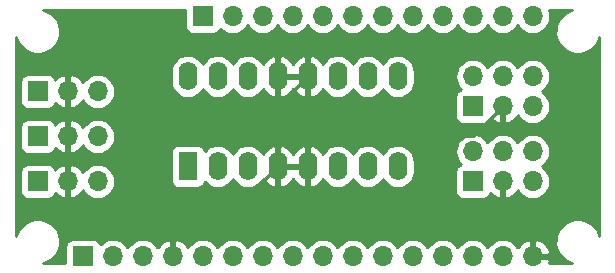
<source format=gbr>
G04 #@! TF.FileFunction,Copper,L4,Bot,Plane*
%FSLAX46Y46*%
G04 Gerber Fmt 4.6, Leading zero omitted, Abs format (unit mm)*
G04 Created by KiCad (PCBNEW 4.0.6) date Wednesday, June 21, 2017 'PMt' 08:53:47 PM*
%MOMM*%
%LPD*%
G01*
G04 APERTURE LIST*
%ADD10C,0.100000*%
%ADD11R,1.600000X2.400000*%
%ADD12O,1.600000X2.400000*%
%ADD13R,1.700000X1.700000*%
%ADD14O,1.700000X1.700000*%
%ADD15C,0.250000*%
%ADD16C,0.254000*%
G04 APERTURE END LIST*
D10*
D11*
X99060000Y-100330000D03*
D12*
X116840000Y-92710000D03*
X101600000Y-100330000D03*
X114300000Y-92710000D03*
X104140000Y-100330000D03*
X111760000Y-92710000D03*
X106680000Y-100330000D03*
X109220000Y-92710000D03*
X109220000Y-100330000D03*
X106680000Y-92710000D03*
X111760000Y-100330000D03*
X104140000Y-92710000D03*
X114300000Y-100330000D03*
X101600000Y-92710000D03*
X116840000Y-100330000D03*
X99060000Y-92710000D03*
D13*
X86360000Y-93980000D03*
D14*
X88900000Y-93980000D03*
X91440000Y-93980000D03*
D13*
X100330000Y-87630000D03*
D14*
X102870000Y-87630000D03*
X105410000Y-87630000D03*
X107950000Y-87630000D03*
X110490000Y-87630000D03*
X113030000Y-87630000D03*
X115570000Y-87630000D03*
X118110000Y-87630000D03*
X120650000Y-87630000D03*
X123190000Y-87630000D03*
X125730000Y-87630000D03*
X128270000Y-87630000D03*
D13*
X86360000Y-97790000D03*
D14*
X88900000Y-97790000D03*
X91440000Y-97790000D03*
D13*
X90170000Y-107950000D03*
D14*
X92710000Y-107950000D03*
X95250000Y-107950000D03*
X97790000Y-107950000D03*
X100330000Y-107950000D03*
X102870000Y-107950000D03*
X105410000Y-107950000D03*
X107950000Y-107950000D03*
X110490000Y-107950000D03*
X113030000Y-107950000D03*
X115570000Y-107950000D03*
X118110000Y-107950000D03*
X120650000Y-107950000D03*
X123190000Y-107950000D03*
X125730000Y-107950000D03*
X128270000Y-107950000D03*
D13*
X86360000Y-101600000D03*
D14*
X88900000Y-101600000D03*
X91440000Y-101600000D03*
D13*
X123190000Y-101600000D03*
D14*
X123190000Y-99060000D03*
X125730000Y-101600000D03*
X125730000Y-99060000D03*
X128270000Y-101600000D03*
X128270000Y-99060000D03*
D13*
X123190000Y-95250000D03*
D14*
X123190000Y-92710000D03*
X125730000Y-95250000D03*
X125730000Y-92710000D03*
X128270000Y-95250000D03*
X128270000Y-92710000D03*
D15*
X106680000Y-95250000D02*
X119380000Y-95250000D01*
X119380000Y-95250000D02*
X121920000Y-97790000D01*
X121920000Y-97790000D02*
X123190000Y-97790000D01*
X123190000Y-97790000D02*
X125730000Y-95250000D01*
X101600000Y-105410000D02*
X127000000Y-105410000D01*
X109220000Y-92710000D02*
X106680000Y-92710000D01*
X106680000Y-100330000D02*
X109220000Y-100330000D01*
X106680000Y-100330000D02*
X106680000Y-95250000D01*
X106680000Y-95250000D02*
X109220000Y-92710000D01*
X97790000Y-107950000D02*
X97790000Y-106680000D01*
X97790000Y-106680000D02*
X99060000Y-105410000D01*
X99060000Y-105410000D02*
X101600000Y-105410000D01*
X101600000Y-105410000D02*
X106680000Y-100330000D01*
X128270000Y-107950000D02*
X128270000Y-106680000D01*
X128270000Y-106680000D02*
X127000000Y-105410000D01*
X127000000Y-105410000D02*
X125730000Y-104140000D01*
X125730000Y-104140000D02*
X125730000Y-101600000D01*
X97790000Y-107950000D02*
X97790000Y-106680000D01*
X97790000Y-107950000D02*
X97790000Y-106680000D01*
X97790000Y-106680000D02*
X96520000Y-105410000D01*
X96520000Y-105410000D02*
X92710000Y-105410000D01*
X92710000Y-105410000D02*
X91440000Y-104140000D01*
X91440000Y-104140000D02*
X90170000Y-104140000D01*
X90170000Y-104140000D02*
X88900000Y-102870000D01*
X88900000Y-102870000D02*
X88900000Y-97790000D01*
X88900000Y-97790000D02*
X88900000Y-93980000D01*
D16*
G36*
X98841928Y-88480000D02*
X98849992Y-88581121D01*
X98903106Y-88752634D01*
X99001900Y-88902559D01*
X99138550Y-89019025D01*
X99302237Y-89092810D01*
X99480000Y-89118072D01*
X101180000Y-89118072D01*
X101281121Y-89110008D01*
X101452634Y-89056894D01*
X101602559Y-88958100D01*
X101719025Y-88821450D01*
X101792810Y-88657763D01*
X101793171Y-88655224D01*
X101816287Y-88683567D01*
X102039599Y-88868306D01*
X102294539Y-89006152D01*
X102571399Y-89091854D01*
X102859633Y-89122149D01*
X103148261Y-89095882D01*
X103426291Y-89014053D01*
X103683131Y-88879780D01*
X103909000Y-88698177D01*
X104095294Y-88476161D01*
X104139498Y-88395753D01*
X104173112Y-88458971D01*
X104356287Y-88683567D01*
X104579599Y-88868306D01*
X104834539Y-89006152D01*
X105111399Y-89091854D01*
X105399633Y-89122149D01*
X105688261Y-89095882D01*
X105966291Y-89014053D01*
X106223131Y-88879780D01*
X106449000Y-88698177D01*
X106635294Y-88476161D01*
X106679498Y-88395753D01*
X106713112Y-88458971D01*
X106896287Y-88683567D01*
X107119599Y-88868306D01*
X107374539Y-89006152D01*
X107651399Y-89091854D01*
X107939633Y-89122149D01*
X108228261Y-89095882D01*
X108506291Y-89014053D01*
X108763131Y-88879780D01*
X108989000Y-88698177D01*
X109175294Y-88476161D01*
X109219498Y-88395753D01*
X109253112Y-88458971D01*
X109436287Y-88683567D01*
X109659599Y-88868306D01*
X109914539Y-89006152D01*
X110191399Y-89091854D01*
X110479633Y-89122149D01*
X110768261Y-89095882D01*
X111046291Y-89014053D01*
X111303131Y-88879780D01*
X111529000Y-88698177D01*
X111715294Y-88476161D01*
X111759498Y-88395753D01*
X111793112Y-88458971D01*
X111976287Y-88683567D01*
X112199599Y-88868306D01*
X112454539Y-89006152D01*
X112731399Y-89091854D01*
X113019633Y-89122149D01*
X113308261Y-89095882D01*
X113586291Y-89014053D01*
X113843131Y-88879780D01*
X114069000Y-88698177D01*
X114255294Y-88476161D01*
X114299498Y-88395753D01*
X114333112Y-88458971D01*
X114516287Y-88683567D01*
X114739599Y-88868306D01*
X114994539Y-89006152D01*
X115271399Y-89091854D01*
X115559633Y-89122149D01*
X115848261Y-89095882D01*
X116126291Y-89014053D01*
X116383131Y-88879780D01*
X116609000Y-88698177D01*
X116795294Y-88476161D01*
X116839498Y-88395753D01*
X116873112Y-88458971D01*
X117056287Y-88683567D01*
X117279599Y-88868306D01*
X117534539Y-89006152D01*
X117811399Y-89091854D01*
X118099633Y-89122149D01*
X118388261Y-89095882D01*
X118666291Y-89014053D01*
X118923131Y-88879780D01*
X119149000Y-88698177D01*
X119335294Y-88476161D01*
X119379498Y-88395753D01*
X119413112Y-88458971D01*
X119596287Y-88683567D01*
X119819599Y-88868306D01*
X120074539Y-89006152D01*
X120351399Y-89091854D01*
X120639633Y-89122149D01*
X120928261Y-89095882D01*
X121206291Y-89014053D01*
X121463131Y-88879780D01*
X121689000Y-88698177D01*
X121875294Y-88476161D01*
X121919498Y-88395753D01*
X121953112Y-88458971D01*
X122136287Y-88683567D01*
X122359599Y-88868306D01*
X122614539Y-89006152D01*
X122891399Y-89091854D01*
X123179633Y-89122149D01*
X123468261Y-89095882D01*
X123746291Y-89014053D01*
X124003131Y-88879780D01*
X124229000Y-88698177D01*
X124415294Y-88476161D01*
X124459498Y-88395753D01*
X124493112Y-88458971D01*
X124676287Y-88683567D01*
X124899599Y-88868306D01*
X125154539Y-89006152D01*
X125431399Y-89091854D01*
X125719633Y-89122149D01*
X126008261Y-89095882D01*
X126286291Y-89014053D01*
X126543131Y-88879780D01*
X126769000Y-88698177D01*
X126955294Y-88476161D01*
X126999498Y-88395753D01*
X127033112Y-88458971D01*
X127216287Y-88683567D01*
X127439599Y-88868306D01*
X127694539Y-89006152D01*
X127971399Y-89091854D01*
X128259633Y-89122149D01*
X128548261Y-89095882D01*
X128826291Y-89014053D01*
X129083131Y-88879780D01*
X129309000Y-88698177D01*
X129495294Y-88476161D01*
X129634916Y-88222189D01*
X129722549Y-87945934D01*
X129754855Y-87657919D01*
X129755000Y-87637185D01*
X129755000Y-87622815D01*
X129726718Y-87334377D01*
X129646899Y-87070000D01*
X131613060Y-87070000D01*
X131545211Y-87082943D01*
X131202461Y-87221423D01*
X130893137Y-87423840D01*
X130629019Y-87682482D01*
X130420169Y-87987500D01*
X130274542Y-88327275D01*
X130197683Y-88688864D01*
X130192522Y-89058496D01*
X130259254Y-89422091D01*
X130395338Y-89765799D01*
X130595590Y-90076529D01*
X130852382Y-90342446D01*
X131155935Y-90553420D01*
X131494684Y-90701416D01*
X131855729Y-90780797D01*
X132225315Y-90788539D01*
X132589367Y-90724346D01*
X132934017Y-90590666D01*
X133246137Y-90392588D01*
X133513840Y-90137658D01*
X133726929Y-89835586D01*
X133877286Y-89497877D01*
X133910000Y-89353885D01*
X133910000Y-106216986D01*
X133893279Y-106132539D01*
X133752410Y-105790764D01*
X133547839Y-105482860D01*
X133287358Y-105220555D01*
X132980890Y-105013839D01*
X132640107Y-104870587D01*
X132277990Y-104796255D01*
X131908331Y-104793674D01*
X131545211Y-104862943D01*
X131202461Y-105001423D01*
X130893137Y-105203840D01*
X130629019Y-105462482D01*
X130420169Y-105767500D01*
X130274542Y-106107275D01*
X130197683Y-106468864D01*
X130192522Y-106838496D01*
X130259254Y-107202091D01*
X130395338Y-107545799D01*
X130595590Y-107856529D01*
X130852382Y-108122446D01*
X131155935Y-108333420D01*
X131494684Y-108481416D01*
X131624691Y-108510000D01*
X129639432Y-108510000D01*
X129711481Y-108306891D01*
X129590814Y-108077000D01*
X128397000Y-108077000D01*
X128397000Y-108097000D01*
X128143000Y-108097000D01*
X128143000Y-108077000D01*
X128123000Y-108077000D01*
X128123000Y-107823000D01*
X128143000Y-107823000D01*
X128143000Y-106629845D01*
X128397000Y-106629845D01*
X128397000Y-107823000D01*
X129590814Y-107823000D01*
X129711481Y-107593109D01*
X129614157Y-107318748D01*
X129465178Y-107068645D01*
X129270269Y-106852412D01*
X129036920Y-106678359D01*
X128774099Y-106553175D01*
X128626890Y-106508524D01*
X128397000Y-106629845D01*
X128143000Y-106629845D01*
X127913110Y-106508524D01*
X127765901Y-106553175D01*
X127503080Y-106678359D01*
X127269731Y-106852412D01*
X127074822Y-107068645D01*
X127003077Y-107189090D01*
X126966888Y-107121029D01*
X126783713Y-106896433D01*
X126560401Y-106711694D01*
X126305461Y-106573848D01*
X126028601Y-106488146D01*
X125740367Y-106457851D01*
X125451739Y-106484118D01*
X125173709Y-106565947D01*
X124916869Y-106700220D01*
X124691000Y-106881823D01*
X124504706Y-107103839D01*
X124460502Y-107184247D01*
X124426888Y-107121029D01*
X124243713Y-106896433D01*
X124020401Y-106711694D01*
X123765461Y-106573848D01*
X123488601Y-106488146D01*
X123200367Y-106457851D01*
X122911739Y-106484118D01*
X122633709Y-106565947D01*
X122376869Y-106700220D01*
X122151000Y-106881823D01*
X121964706Y-107103839D01*
X121920502Y-107184247D01*
X121886888Y-107121029D01*
X121703713Y-106896433D01*
X121480401Y-106711694D01*
X121225461Y-106573848D01*
X120948601Y-106488146D01*
X120660367Y-106457851D01*
X120371739Y-106484118D01*
X120093709Y-106565947D01*
X119836869Y-106700220D01*
X119611000Y-106881823D01*
X119424706Y-107103839D01*
X119380502Y-107184247D01*
X119346888Y-107121029D01*
X119163713Y-106896433D01*
X118940401Y-106711694D01*
X118685461Y-106573848D01*
X118408601Y-106488146D01*
X118120367Y-106457851D01*
X117831739Y-106484118D01*
X117553709Y-106565947D01*
X117296869Y-106700220D01*
X117071000Y-106881823D01*
X116884706Y-107103839D01*
X116840502Y-107184247D01*
X116806888Y-107121029D01*
X116623713Y-106896433D01*
X116400401Y-106711694D01*
X116145461Y-106573848D01*
X115868601Y-106488146D01*
X115580367Y-106457851D01*
X115291739Y-106484118D01*
X115013709Y-106565947D01*
X114756869Y-106700220D01*
X114531000Y-106881823D01*
X114344706Y-107103839D01*
X114300502Y-107184247D01*
X114266888Y-107121029D01*
X114083713Y-106896433D01*
X113860401Y-106711694D01*
X113605461Y-106573848D01*
X113328601Y-106488146D01*
X113040367Y-106457851D01*
X112751739Y-106484118D01*
X112473709Y-106565947D01*
X112216869Y-106700220D01*
X111991000Y-106881823D01*
X111804706Y-107103839D01*
X111760502Y-107184247D01*
X111726888Y-107121029D01*
X111543713Y-106896433D01*
X111320401Y-106711694D01*
X111065461Y-106573848D01*
X110788601Y-106488146D01*
X110500367Y-106457851D01*
X110211739Y-106484118D01*
X109933709Y-106565947D01*
X109676869Y-106700220D01*
X109451000Y-106881823D01*
X109264706Y-107103839D01*
X109220502Y-107184247D01*
X109186888Y-107121029D01*
X109003713Y-106896433D01*
X108780401Y-106711694D01*
X108525461Y-106573848D01*
X108248601Y-106488146D01*
X107960367Y-106457851D01*
X107671739Y-106484118D01*
X107393709Y-106565947D01*
X107136869Y-106700220D01*
X106911000Y-106881823D01*
X106724706Y-107103839D01*
X106680502Y-107184247D01*
X106646888Y-107121029D01*
X106463713Y-106896433D01*
X106240401Y-106711694D01*
X105985461Y-106573848D01*
X105708601Y-106488146D01*
X105420367Y-106457851D01*
X105131739Y-106484118D01*
X104853709Y-106565947D01*
X104596869Y-106700220D01*
X104371000Y-106881823D01*
X104184706Y-107103839D01*
X104140502Y-107184247D01*
X104106888Y-107121029D01*
X103923713Y-106896433D01*
X103700401Y-106711694D01*
X103445461Y-106573848D01*
X103168601Y-106488146D01*
X102880367Y-106457851D01*
X102591739Y-106484118D01*
X102313709Y-106565947D01*
X102056869Y-106700220D01*
X101831000Y-106881823D01*
X101644706Y-107103839D01*
X101600502Y-107184247D01*
X101566888Y-107121029D01*
X101383713Y-106896433D01*
X101160401Y-106711694D01*
X100905461Y-106573848D01*
X100628601Y-106488146D01*
X100340367Y-106457851D01*
X100051739Y-106484118D01*
X99773709Y-106565947D01*
X99516869Y-106700220D01*
X99291000Y-106881823D01*
X99104706Y-107103839D01*
X99057400Y-107189889D01*
X98985178Y-107068645D01*
X98790269Y-106852412D01*
X98556920Y-106678359D01*
X98294099Y-106553175D01*
X98146890Y-106508524D01*
X97917000Y-106629845D01*
X97917000Y-107823000D01*
X97937000Y-107823000D01*
X97937000Y-108077000D01*
X97917000Y-108077000D01*
X97917000Y-108097000D01*
X97663000Y-108097000D01*
X97663000Y-108077000D01*
X97643000Y-108077000D01*
X97643000Y-107823000D01*
X97663000Y-107823000D01*
X97663000Y-106629845D01*
X97433110Y-106508524D01*
X97285901Y-106553175D01*
X97023080Y-106678359D01*
X96789731Y-106852412D01*
X96594822Y-107068645D01*
X96523077Y-107189090D01*
X96486888Y-107121029D01*
X96303713Y-106896433D01*
X96080401Y-106711694D01*
X95825461Y-106573848D01*
X95548601Y-106488146D01*
X95260367Y-106457851D01*
X94971739Y-106484118D01*
X94693709Y-106565947D01*
X94436869Y-106700220D01*
X94211000Y-106881823D01*
X94024706Y-107103839D01*
X93980502Y-107184247D01*
X93946888Y-107121029D01*
X93763713Y-106896433D01*
X93540401Y-106711694D01*
X93285461Y-106573848D01*
X93008601Y-106488146D01*
X92720367Y-106457851D01*
X92431739Y-106484118D01*
X92153709Y-106565947D01*
X91896869Y-106700220D01*
X91671000Y-106881823D01*
X91629189Y-106931651D01*
X91596894Y-106827366D01*
X91498100Y-106677441D01*
X91361450Y-106560975D01*
X91197763Y-106487190D01*
X91020000Y-106461928D01*
X89320000Y-106461928D01*
X89218879Y-106469992D01*
X89047366Y-106523106D01*
X88897441Y-106621900D01*
X88780975Y-106758550D01*
X88707190Y-106922237D01*
X88681928Y-107100000D01*
X88681928Y-108510000D01*
X86837302Y-108510000D01*
X86869367Y-108504346D01*
X87214017Y-108370666D01*
X87526137Y-108172588D01*
X87793840Y-107917658D01*
X88006929Y-107615586D01*
X88157286Y-107277877D01*
X88239185Y-106917396D01*
X88245081Y-106495166D01*
X88173279Y-106132539D01*
X88032410Y-105790764D01*
X87827839Y-105482860D01*
X87567358Y-105220555D01*
X87260890Y-105013839D01*
X86920107Y-104870587D01*
X86557990Y-104796255D01*
X86188331Y-104793674D01*
X85825211Y-104862943D01*
X85482461Y-105001423D01*
X85173137Y-105203840D01*
X84909019Y-105462482D01*
X84700169Y-105767500D01*
X84554542Y-106107275D01*
X84530000Y-106222735D01*
X84530000Y-100750000D01*
X84871928Y-100750000D01*
X84871928Y-102450000D01*
X84879992Y-102551121D01*
X84933106Y-102722634D01*
X85031900Y-102872559D01*
X85168550Y-102989025D01*
X85332237Y-103062810D01*
X85510000Y-103088072D01*
X87210000Y-103088072D01*
X87311121Y-103080008D01*
X87482634Y-103026894D01*
X87632559Y-102928100D01*
X87749025Y-102791450D01*
X87822810Y-102627763D01*
X87824714Y-102614364D01*
X87899731Y-102697588D01*
X88133080Y-102871641D01*
X88395901Y-102996825D01*
X88543110Y-103041476D01*
X88773000Y-102920155D01*
X88773000Y-101727000D01*
X88753000Y-101727000D01*
X88753000Y-101473000D01*
X88773000Y-101473000D01*
X88773000Y-100279845D01*
X89027000Y-100279845D01*
X89027000Y-101473000D01*
X89047000Y-101473000D01*
X89047000Y-101727000D01*
X89027000Y-101727000D01*
X89027000Y-102920155D01*
X89256890Y-103041476D01*
X89404099Y-102996825D01*
X89666920Y-102871641D01*
X89900269Y-102697588D01*
X90095178Y-102481355D01*
X90166923Y-102360910D01*
X90203112Y-102428971D01*
X90386287Y-102653567D01*
X90609599Y-102838306D01*
X90864539Y-102976152D01*
X91141399Y-103061854D01*
X91429633Y-103092149D01*
X91718261Y-103065882D01*
X91996291Y-102984053D01*
X92253131Y-102849780D01*
X92479000Y-102668177D01*
X92665294Y-102446161D01*
X92804916Y-102192189D01*
X92892549Y-101915934D01*
X92924855Y-101627919D01*
X92925000Y-101607185D01*
X92925000Y-101592815D01*
X92896718Y-101304377D01*
X92812951Y-101026925D01*
X92676888Y-100771029D01*
X92493713Y-100546433D01*
X92270401Y-100361694D01*
X92015461Y-100223848D01*
X91738601Y-100138146D01*
X91450367Y-100107851D01*
X91161739Y-100134118D01*
X90883709Y-100215947D01*
X90626869Y-100350220D01*
X90401000Y-100531823D01*
X90214706Y-100753839D01*
X90167400Y-100839889D01*
X90095178Y-100718645D01*
X89900269Y-100502412D01*
X89666920Y-100328359D01*
X89404099Y-100203175D01*
X89256890Y-100158524D01*
X89027000Y-100279845D01*
X88773000Y-100279845D01*
X88543110Y-100158524D01*
X88395901Y-100203175D01*
X88133080Y-100328359D01*
X87899731Y-100502412D01*
X87821520Y-100589179D01*
X87786894Y-100477366D01*
X87688100Y-100327441D01*
X87551450Y-100210975D01*
X87387763Y-100137190D01*
X87210000Y-100111928D01*
X85510000Y-100111928D01*
X85408879Y-100119992D01*
X85237366Y-100173106D01*
X85087441Y-100271900D01*
X84970975Y-100408550D01*
X84897190Y-100572237D01*
X84871928Y-100750000D01*
X84530000Y-100750000D01*
X84530000Y-96940000D01*
X84871928Y-96940000D01*
X84871928Y-98640000D01*
X84879992Y-98741121D01*
X84933106Y-98912634D01*
X85031900Y-99062559D01*
X85168550Y-99179025D01*
X85332237Y-99252810D01*
X85510000Y-99278072D01*
X87210000Y-99278072D01*
X87311121Y-99270008D01*
X87482634Y-99216894D01*
X87632559Y-99118100D01*
X87749025Y-98981450D01*
X87822810Y-98817763D01*
X87824714Y-98804364D01*
X87899731Y-98887588D01*
X88133080Y-99061641D01*
X88395901Y-99186825D01*
X88543110Y-99231476D01*
X88773000Y-99110155D01*
X88773000Y-97917000D01*
X88753000Y-97917000D01*
X88753000Y-97663000D01*
X88773000Y-97663000D01*
X88773000Y-96469845D01*
X89027000Y-96469845D01*
X89027000Y-97663000D01*
X89047000Y-97663000D01*
X89047000Y-97917000D01*
X89027000Y-97917000D01*
X89027000Y-99110155D01*
X89256890Y-99231476D01*
X89404099Y-99186825D01*
X89666920Y-99061641D01*
X89900269Y-98887588D01*
X90095178Y-98671355D01*
X90166923Y-98550910D01*
X90203112Y-98618971D01*
X90386287Y-98843567D01*
X90609599Y-99028306D01*
X90864539Y-99166152D01*
X91141399Y-99251854D01*
X91429633Y-99282149D01*
X91718261Y-99255882D01*
X91996291Y-99174053D01*
X92080556Y-99130000D01*
X97621928Y-99130000D01*
X97621928Y-101530000D01*
X97629992Y-101631121D01*
X97683106Y-101802634D01*
X97781900Y-101952559D01*
X97918550Y-102069025D01*
X98082237Y-102142810D01*
X98260000Y-102168072D01*
X99860000Y-102168072D01*
X99961121Y-102160008D01*
X100132634Y-102106894D01*
X100282559Y-102008100D01*
X100399025Y-101871450D01*
X100472810Y-101707763D01*
X100483863Y-101629988D01*
X100581766Y-101750029D01*
X100797558Y-101928548D01*
X101043915Y-102061753D01*
X101311453Y-102144569D01*
X101589982Y-102173844D01*
X101868892Y-102148461D01*
X102137560Y-102069388D01*
X102385753Y-101939636D01*
X102604017Y-101764147D01*
X102784038Y-101549607D01*
X102870228Y-101392827D01*
X102944758Y-101532996D01*
X103121766Y-101750029D01*
X103337558Y-101928548D01*
X103583915Y-102061753D01*
X103851453Y-102144569D01*
X104129982Y-102173844D01*
X104408892Y-102148461D01*
X104677560Y-102069388D01*
X104925753Y-101939636D01*
X105144017Y-101764147D01*
X105324038Y-101549607D01*
X105405759Y-101400956D01*
X105557399Y-101632839D01*
X105755105Y-101834500D01*
X105988354Y-101993715D01*
X106248182Y-102104367D01*
X106330961Y-102121904D01*
X106553000Y-101999915D01*
X106553000Y-100457000D01*
X106807000Y-100457000D01*
X106807000Y-101999915D01*
X107029039Y-102121904D01*
X107111818Y-102104367D01*
X107371646Y-101993715D01*
X107604895Y-101834500D01*
X107802601Y-101632839D01*
X107950000Y-101407441D01*
X108097399Y-101632839D01*
X108295105Y-101834500D01*
X108528354Y-101993715D01*
X108788182Y-102104367D01*
X108870961Y-102121904D01*
X109093000Y-101999915D01*
X109093000Y-100457000D01*
X106807000Y-100457000D01*
X106553000Y-100457000D01*
X106533000Y-100457000D01*
X106533000Y-100203000D01*
X106553000Y-100203000D01*
X106553000Y-98660085D01*
X106807000Y-98660085D01*
X106807000Y-100203000D01*
X109093000Y-100203000D01*
X109093000Y-98660085D01*
X109347000Y-98660085D01*
X109347000Y-100203000D01*
X109367000Y-100203000D01*
X109367000Y-100457000D01*
X109347000Y-100457000D01*
X109347000Y-101999915D01*
X109569039Y-102121904D01*
X109651818Y-102104367D01*
X109911646Y-101993715D01*
X110144895Y-101834500D01*
X110342601Y-101632839D01*
X110494412Y-101400695D01*
X110564758Y-101532996D01*
X110741766Y-101750029D01*
X110957558Y-101928548D01*
X111203915Y-102061753D01*
X111471453Y-102144569D01*
X111749982Y-102173844D01*
X112028892Y-102148461D01*
X112297560Y-102069388D01*
X112545753Y-101939636D01*
X112764017Y-101764147D01*
X112944038Y-101549607D01*
X113030228Y-101392827D01*
X113104758Y-101532996D01*
X113281766Y-101750029D01*
X113497558Y-101928548D01*
X113743915Y-102061753D01*
X114011453Y-102144569D01*
X114289982Y-102173844D01*
X114568892Y-102148461D01*
X114837560Y-102069388D01*
X115085753Y-101939636D01*
X115304017Y-101764147D01*
X115484038Y-101549607D01*
X115570228Y-101392827D01*
X115644758Y-101532996D01*
X115821766Y-101750029D01*
X116037558Y-101928548D01*
X116283915Y-102061753D01*
X116551453Y-102144569D01*
X116829982Y-102173844D01*
X117108892Y-102148461D01*
X117377560Y-102069388D01*
X117625753Y-101939636D01*
X117844017Y-101764147D01*
X118024038Y-101549607D01*
X118158959Y-101304186D01*
X118243642Y-101037232D01*
X118274860Y-100758915D01*
X118274922Y-100750000D01*
X121701928Y-100750000D01*
X121701928Y-102450000D01*
X121709992Y-102551121D01*
X121763106Y-102722634D01*
X121861900Y-102872559D01*
X121998550Y-102989025D01*
X122162237Y-103062810D01*
X122340000Y-103088072D01*
X124040000Y-103088072D01*
X124141121Y-103080008D01*
X124312634Y-103026894D01*
X124462559Y-102928100D01*
X124579025Y-102791450D01*
X124652810Y-102627763D01*
X124654714Y-102614364D01*
X124729731Y-102697588D01*
X124963080Y-102871641D01*
X125225901Y-102996825D01*
X125373110Y-103041476D01*
X125603000Y-102920155D01*
X125603000Y-101727000D01*
X125583000Y-101727000D01*
X125583000Y-101473000D01*
X125603000Y-101473000D01*
X125603000Y-101453000D01*
X125857000Y-101453000D01*
X125857000Y-101473000D01*
X125877000Y-101473000D01*
X125877000Y-101727000D01*
X125857000Y-101727000D01*
X125857000Y-102920155D01*
X126086890Y-103041476D01*
X126234099Y-102996825D01*
X126496920Y-102871641D01*
X126730269Y-102697588D01*
X126925178Y-102481355D01*
X126996923Y-102360910D01*
X127033112Y-102428971D01*
X127216287Y-102653567D01*
X127439599Y-102838306D01*
X127694539Y-102976152D01*
X127971399Y-103061854D01*
X128259633Y-103092149D01*
X128548261Y-103065882D01*
X128826291Y-102984053D01*
X129083131Y-102849780D01*
X129309000Y-102668177D01*
X129495294Y-102446161D01*
X129634916Y-102192189D01*
X129722549Y-101915934D01*
X129754855Y-101627919D01*
X129755000Y-101607185D01*
X129755000Y-101592815D01*
X129726718Y-101304377D01*
X129642951Y-101026925D01*
X129506888Y-100771029D01*
X129323713Y-100546433D01*
X129100401Y-100361694D01*
X129043097Y-100330710D01*
X129083131Y-100309780D01*
X129309000Y-100128177D01*
X129495294Y-99906161D01*
X129634916Y-99652189D01*
X129722549Y-99375934D01*
X129754855Y-99087919D01*
X129755000Y-99067185D01*
X129755000Y-99052815D01*
X129726718Y-98764377D01*
X129642951Y-98486925D01*
X129506888Y-98231029D01*
X129323713Y-98006433D01*
X129100401Y-97821694D01*
X128845461Y-97683848D01*
X128568601Y-97598146D01*
X128280367Y-97567851D01*
X127991739Y-97594118D01*
X127713709Y-97675947D01*
X127456869Y-97810220D01*
X127231000Y-97991823D01*
X127044706Y-98213839D01*
X127000502Y-98294247D01*
X126966888Y-98231029D01*
X126783713Y-98006433D01*
X126560401Y-97821694D01*
X126305461Y-97683848D01*
X126028601Y-97598146D01*
X125740367Y-97567851D01*
X125451739Y-97594118D01*
X125173709Y-97675947D01*
X124916869Y-97810220D01*
X124691000Y-97991823D01*
X124504706Y-98213839D01*
X124460502Y-98294247D01*
X124426888Y-98231029D01*
X124243713Y-98006433D01*
X124020401Y-97821694D01*
X123765461Y-97683848D01*
X123488601Y-97598146D01*
X123200367Y-97567851D01*
X122911739Y-97594118D01*
X122633709Y-97675947D01*
X122376869Y-97810220D01*
X122151000Y-97991823D01*
X121964706Y-98213839D01*
X121825084Y-98467811D01*
X121737451Y-98744066D01*
X121705145Y-99032081D01*
X121705000Y-99052815D01*
X121705000Y-99067185D01*
X121733282Y-99355623D01*
X121817049Y-99633075D01*
X121953112Y-99888971D01*
X122136287Y-100113567D01*
X122169882Y-100141359D01*
X122067366Y-100173106D01*
X121917441Y-100271900D01*
X121800975Y-100408550D01*
X121727190Y-100572237D01*
X121701928Y-100750000D01*
X118274922Y-100750000D01*
X118275000Y-100738879D01*
X118275000Y-99921121D01*
X118247671Y-99642395D01*
X118166724Y-99374285D01*
X118035242Y-99127004D01*
X117858234Y-98909971D01*
X117642442Y-98731452D01*
X117396085Y-98598247D01*
X117128547Y-98515431D01*
X116850018Y-98486156D01*
X116571108Y-98511539D01*
X116302440Y-98590612D01*
X116054247Y-98720364D01*
X115835983Y-98895853D01*
X115655962Y-99110393D01*
X115569772Y-99267173D01*
X115495242Y-99127004D01*
X115318234Y-98909971D01*
X115102442Y-98731452D01*
X114856085Y-98598247D01*
X114588547Y-98515431D01*
X114310018Y-98486156D01*
X114031108Y-98511539D01*
X113762440Y-98590612D01*
X113514247Y-98720364D01*
X113295983Y-98895853D01*
X113115962Y-99110393D01*
X113029772Y-99267173D01*
X112955242Y-99127004D01*
X112778234Y-98909971D01*
X112562442Y-98731452D01*
X112316085Y-98598247D01*
X112048547Y-98515431D01*
X111770018Y-98486156D01*
X111491108Y-98511539D01*
X111222440Y-98590612D01*
X110974247Y-98720364D01*
X110755983Y-98895853D01*
X110575962Y-99110393D01*
X110494241Y-99259044D01*
X110342601Y-99027161D01*
X110144895Y-98825500D01*
X109911646Y-98666285D01*
X109651818Y-98555633D01*
X109569039Y-98538096D01*
X109347000Y-98660085D01*
X109093000Y-98660085D01*
X108870961Y-98538096D01*
X108788182Y-98555633D01*
X108528354Y-98666285D01*
X108295105Y-98825500D01*
X108097399Y-99027161D01*
X107950000Y-99252559D01*
X107802601Y-99027161D01*
X107604895Y-98825500D01*
X107371646Y-98666285D01*
X107111818Y-98555633D01*
X107029039Y-98538096D01*
X106807000Y-98660085D01*
X106553000Y-98660085D01*
X106330961Y-98538096D01*
X106248182Y-98555633D01*
X105988354Y-98666285D01*
X105755105Y-98825500D01*
X105557399Y-99027161D01*
X105405588Y-99259305D01*
X105335242Y-99127004D01*
X105158234Y-98909971D01*
X104942442Y-98731452D01*
X104696085Y-98598247D01*
X104428547Y-98515431D01*
X104150018Y-98486156D01*
X103871108Y-98511539D01*
X103602440Y-98590612D01*
X103354247Y-98720364D01*
X103135983Y-98895853D01*
X102955962Y-99110393D01*
X102869772Y-99267173D01*
X102795242Y-99127004D01*
X102618234Y-98909971D01*
X102402442Y-98731452D01*
X102156085Y-98598247D01*
X101888547Y-98515431D01*
X101610018Y-98486156D01*
X101331108Y-98511539D01*
X101062440Y-98590612D01*
X100814247Y-98720364D01*
X100595983Y-98895853D01*
X100488486Y-99023963D01*
X100436894Y-98857366D01*
X100338100Y-98707441D01*
X100201450Y-98590975D01*
X100037763Y-98517190D01*
X99860000Y-98491928D01*
X98260000Y-98491928D01*
X98158879Y-98499992D01*
X97987366Y-98553106D01*
X97837441Y-98651900D01*
X97720975Y-98788550D01*
X97647190Y-98952237D01*
X97621928Y-99130000D01*
X92080556Y-99130000D01*
X92253131Y-99039780D01*
X92479000Y-98858177D01*
X92665294Y-98636161D01*
X92804916Y-98382189D01*
X92892549Y-98105934D01*
X92924855Y-97817919D01*
X92925000Y-97797185D01*
X92925000Y-97782815D01*
X92896718Y-97494377D01*
X92812951Y-97216925D01*
X92676888Y-96961029D01*
X92493713Y-96736433D01*
X92270401Y-96551694D01*
X92015461Y-96413848D01*
X91738601Y-96328146D01*
X91450367Y-96297851D01*
X91161739Y-96324118D01*
X90883709Y-96405947D01*
X90626869Y-96540220D01*
X90401000Y-96721823D01*
X90214706Y-96943839D01*
X90167400Y-97029889D01*
X90095178Y-96908645D01*
X89900269Y-96692412D01*
X89666920Y-96518359D01*
X89404099Y-96393175D01*
X89256890Y-96348524D01*
X89027000Y-96469845D01*
X88773000Y-96469845D01*
X88543110Y-96348524D01*
X88395901Y-96393175D01*
X88133080Y-96518359D01*
X87899731Y-96692412D01*
X87821520Y-96779179D01*
X87786894Y-96667366D01*
X87688100Y-96517441D01*
X87551450Y-96400975D01*
X87387763Y-96327190D01*
X87210000Y-96301928D01*
X85510000Y-96301928D01*
X85408879Y-96309992D01*
X85237366Y-96363106D01*
X85087441Y-96461900D01*
X84970975Y-96598550D01*
X84897190Y-96762237D01*
X84871928Y-96940000D01*
X84530000Y-96940000D01*
X84530000Y-93130000D01*
X84871928Y-93130000D01*
X84871928Y-94830000D01*
X84879992Y-94931121D01*
X84933106Y-95102634D01*
X85031900Y-95252559D01*
X85168550Y-95369025D01*
X85332237Y-95442810D01*
X85510000Y-95468072D01*
X87210000Y-95468072D01*
X87311121Y-95460008D01*
X87482634Y-95406894D01*
X87632559Y-95308100D01*
X87749025Y-95171450D01*
X87822810Y-95007763D01*
X87824714Y-94994364D01*
X87899731Y-95077588D01*
X88133080Y-95251641D01*
X88395901Y-95376825D01*
X88543110Y-95421476D01*
X88773000Y-95300155D01*
X88773000Y-94107000D01*
X88753000Y-94107000D01*
X88753000Y-93853000D01*
X88773000Y-93853000D01*
X88773000Y-92659845D01*
X89027000Y-92659845D01*
X89027000Y-93853000D01*
X89047000Y-93853000D01*
X89047000Y-94107000D01*
X89027000Y-94107000D01*
X89027000Y-95300155D01*
X89256890Y-95421476D01*
X89404099Y-95376825D01*
X89666920Y-95251641D01*
X89900269Y-95077588D01*
X90095178Y-94861355D01*
X90166923Y-94740910D01*
X90203112Y-94808971D01*
X90386287Y-95033567D01*
X90609599Y-95218306D01*
X90864539Y-95356152D01*
X91141399Y-95441854D01*
X91429633Y-95472149D01*
X91718261Y-95445882D01*
X91996291Y-95364053D01*
X92253131Y-95229780D01*
X92479000Y-95048177D01*
X92665294Y-94826161D01*
X92804916Y-94572189D01*
X92892549Y-94295934D01*
X92924855Y-94007919D01*
X92925000Y-93987185D01*
X92925000Y-93972815D01*
X92896718Y-93684377D01*
X92812951Y-93406925D01*
X92676888Y-93151029D01*
X92493713Y-92926433D01*
X92270401Y-92741694D01*
X92015461Y-92603848D01*
X91738601Y-92518146D01*
X91450367Y-92487851D01*
X91161739Y-92514118D01*
X90883709Y-92595947D01*
X90626869Y-92730220D01*
X90401000Y-92911823D01*
X90214706Y-93133839D01*
X90167400Y-93219889D01*
X90095178Y-93098645D01*
X89900269Y-92882412D01*
X89666920Y-92708359D01*
X89404099Y-92583175D01*
X89256890Y-92538524D01*
X89027000Y-92659845D01*
X88773000Y-92659845D01*
X88543110Y-92538524D01*
X88395901Y-92583175D01*
X88133080Y-92708359D01*
X87899731Y-92882412D01*
X87821520Y-92969179D01*
X87786894Y-92857366D01*
X87688100Y-92707441D01*
X87551450Y-92590975D01*
X87387763Y-92517190D01*
X87210000Y-92491928D01*
X85510000Y-92491928D01*
X85408879Y-92499992D01*
X85237366Y-92553106D01*
X85087441Y-92651900D01*
X84970975Y-92788550D01*
X84897190Y-92952237D01*
X84871928Y-93130000D01*
X84530000Y-93130000D01*
X84530000Y-92301121D01*
X97625000Y-92301121D01*
X97625000Y-93118879D01*
X97652329Y-93397605D01*
X97733276Y-93665715D01*
X97864758Y-93912996D01*
X98041766Y-94130029D01*
X98257558Y-94308548D01*
X98503915Y-94441753D01*
X98771453Y-94524569D01*
X99049982Y-94553844D01*
X99328892Y-94528461D01*
X99597560Y-94449388D01*
X99845753Y-94319636D01*
X100064017Y-94144147D01*
X100244038Y-93929607D01*
X100330228Y-93772827D01*
X100404758Y-93912996D01*
X100581766Y-94130029D01*
X100797558Y-94308548D01*
X101043915Y-94441753D01*
X101311453Y-94524569D01*
X101589982Y-94553844D01*
X101868892Y-94528461D01*
X102137560Y-94449388D01*
X102385753Y-94319636D01*
X102604017Y-94144147D01*
X102784038Y-93929607D01*
X102870228Y-93772827D01*
X102944758Y-93912996D01*
X103121766Y-94130029D01*
X103337558Y-94308548D01*
X103583915Y-94441753D01*
X103851453Y-94524569D01*
X104129982Y-94553844D01*
X104408892Y-94528461D01*
X104677560Y-94449388D01*
X104925753Y-94319636D01*
X105144017Y-94144147D01*
X105324038Y-93929607D01*
X105405759Y-93780956D01*
X105557399Y-94012839D01*
X105755105Y-94214500D01*
X105988354Y-94373715D01*
X106248182Y-94484367D01*
X106330961Y-94501904D01*
X106553000Y-94379915D01*
X106553000Y-92837000D01*
X106807000Y-92837000D01*
X106807000Y-94379915D01*
X107029039Y-94501904D01*
X107111818Y-94484367D01*
X107371646Y-94373715D01*
X107604895Y-94214500D01*
X107802601Y-94012839D01*
X107950000Y-93787441D01*
X108097399Y-94012839D01*
X108295105Y-94214500D01*
X108528354Y-94373715D01*
X108788182Y-94484367D01*
X108870961Y-94501904D01*
X109093000Y-94379915D01*
X109093000Y-92837000D01*
X106807000Y-92837000D01*
X106553000Y-92837000D01*
X106533000Y-92837000D01*
X106533000Y-92583000D01*
X106553000Y-92583000D01*
X106553000Y-91040085D01*
X106807000Y-91040085D01*
X106807000Y-92583000D01*
X109093000Y-92583000D01*
X109093000Y-91040085D01*
X109347000Y-91040085D01*
X109347000Y-92583000D01*
X109367000Y-92583000D01*
X109367000Y-92837000D01*
X109347000Y-92837000D01*
X109347000Y-94379915D01*
X109569039Y-94501904D01*
X109651818Y-94484367D01*
X109911646Y-94373715D01*
X110144895Y-94214500D01*
X110342601Y-94012839D01*
X110494412Y-93780695D01*
X110564758Y-93912996D01*
X110741766Y-94130029D01*
X110957558Y-94308548D01*
X111203915Y-94441753D01*
X111471453Y-94524569D01*
X111749982Y-94553844D01*
X112028892Y-94528461D01*
X112297560Y-94449388D01*
X112545753Y-94319636D01*
X112764017Y-94144147D01*
X112944038Y-93929607D01*
X113030228Y-93772827D01*
X113104758Y-93912996D01*
X113281766Y-94130029D01*
X113497558Y-94308548D01*
X113743915Y-94441753D01*
X114011453Y-94524569D01*
X114289982Y-94553844D01*
X114568892Y-94528461D01*
X114837560Y-94449388D01*
X115085753Y-94319636D01*
X115304017Y-94144147D01*
X115484038Y-93929607D01*
X115570228Y-93772827D01*
X115644758Y-93912996D01*
X115821766Y-94130029D01*
X116037558Y-94308548D01*
X116283915Y-94441753D01*
X116551453Y-94524569D01*
X116829982Y-94553844D01*
X117108892Y-94528461D01*
X117377560Y-94449388D01*
X117472030Y-94400000D01*
X121701928Y-94400000D01*
X121701928Y-96100000D01*
X121709992Y-96201121D01*
X121763106Y-96372634D01*
X121861900Y-96522559D01*
X121998550Y-96639025D01*
X122162237Y-96712810D01*
X122340000Y-96738072D01*
X124040000Y-96738072D01*
X124141121Y-96730008D01*
X124312634Y-96676894D01*
X124462559Y-96578100D01*
X124579025Y-96441450D01*
X124652810Y-96277763D01*
X124654714Y-96264364D01*
X124729731Y-96347588D01*
X124963080Y-96521641D01*
X125225901Y-96646825D01*
X125373110Y-96691476D01*
X125603000Y-96570155D01*
X125603000Y-95377000D01*
X125583000Y-95377000D01*
X125583000Y-95123000D01*
X125603000Y-95123000D01*
X125603000Y-95103000D01*
X125857000Y-95103000D01*
X125857000Y-95123000D01*
X125877000Y-95123000D01*
X125877000Y-95377000D01*
X125857000Y-95377000D01*
X125857000Y-96570155D01*
X126086890Y-96691476D01*
X126234099Y-96646825D01*
X126496920Y-96521641D01*
X126730269Y-96347588D01*
X126925178Y-96131355D01*
X126996923Y-96010910D01*
X127033112Y-96078971D01*
X127216287Y-96303567D01*
X127439599Y-96488306D01*
X127694539Y-96626152D01*
X127971399Y-96711854D01*
X128259633Y-96742149D01*
X128548261Y-96715882D01*
X128826291Y-96634053D01*
X129083131Y-96499780D01*
X129309000Y-96318177D01*
X129495294Y-96096161D01*
X129634916Y-95842189D01*
X129722549Y-95565934D01*
X129754855Y-95277919D01*
X129755000Y-95257185D01*
X129755000Y-95242815D01*
X129726718Y-94954377D01*
X129642951Y-94676925D01*
X129506888Y-94421029D01*
X129323713Y-94196433D01*
X129100401Y-94011694D01*
X129043097Y-93980710D01*
X129083131Y-93959780D01*
X129309000Y-93778177D01*
X129495294Y-93556161D01*
X129634916Y-93302189D01*
X129722549Y-93025934D01*
X129754855Y-92737919D01*
X129755000Y-92717185D01*
X129755000Y-92702815D01*
X129726718Y-92414377D01*
X129642951Y-92136925D01*
X129506888Y-91881029D01*
X129323713Y-91656433D01*
X129100401Y-91471694D01*
X128845461Y-91333848D01*
X128568601Y-91248146D01*
X128280367Y-91217851D01*
X127991739Y-91244118D01*
X127713709Y-91325947D01*
X127456869Y-91460220D01*
X127231000Y-91641823D01*
X127044706Y-91863839D01*
X127000502Y-91944247D01*
X126966888Y-91881029D01*
X126783713Y-91656433D01*
X126560401Y-91471694D01*
X126305461Y-91333848D01*
X126028601Y-91248146D01*
X125740367Y-91217851D01*
X125451739Y-91244118D01*
X125173709Y-91325947D01*
X124916869Y-91460220D01*
X124691000Y-91641823D01*
X124504706Y-91863839D01*
X124460502Y-91944247D01*
X124426888Y-91881029D01*
X124243713Y-91656433D01*
X124020401Y-91471694D01*
X123765461Y-91333848D01*
X123488601Y-91248146D01*
X123200367Y-91217851D01*
X122911739Y-91244118D01*
X122633709Y-91325947D01*
X122376869Y-91460220D01*
X122151000Y-91641823D01*
X121964706Y-91863839D01*
X121825084Y-92117811D01*
X121737451Y-92394066D01*
X121705145Y-92682081D01*
X121705000Y-92702815D01*
X121705000Y-92717185D01*
X121733282Y-93005623D01*
X121817049Y-93283075D01*
X121953112Y-93538971D01*
X122136287Y-93763567D01*
X122169882Y-93791359D01*
X122067366Y-93823106D01*
X121917441Y-93921900D01*
X121800975Y-94058550D01*
X121727190Y-94222237D01*
X121701928Y-94400000D01*
X117472030Y-94400000D01*
X117625753Y-94319636D01*
X117844017Y-94144147D01*
X118024038Y-93929607D01*
X118158959Y-93684186D01*
X118243642Y-93417232D01*
X118274860Y-93138915D01*
X118275000Y-93118879D01*
X118275000Y-92301121D01*
X118247671Y-92022395D01*
X118166724Y-91754285D01*
X118035242Y-91507004D01*
X117858234Y-91289971D01*
X117642442Y-91111452D01*
X117396085Y-90978247D01*
X117128547Y-90895431D01*
X116850018Y-90866156D01*
X116571108Y-90891539D01*
X116302440Y-90970612D01*
X116054247Y-91100364D01*
X115835983Y-91275853D01*
X115655962Y-91490393D01*
X115569772Y-91647173D01*
X115495242Y-91507004D01*
X115318234Y-91289971D01*
X115102442Y-91111452D01*
X114856085Y-90978247D01*
X114588547Y-90895431D01*
X114310018Y-90866156D01*
X114031108Y-90891539D01*
X113762440Y-90970612D01*
X113514247Y-91100364D01*
X113295983Y-91275853D01*
X113115962Y-91490393D01*
X113029772Y-91647173D01*
X112955242Y-91507004D01*
X112778234Y-91289971D01*
X112562442Y-91111452D01*
X112316085Y-90978247D01*
X112048547Y-90895431D01*
X111770018Y-90866156D01*
X111491108Y-90891539D01*
X111222440Y-90970612D01*
X110974247Y-91100364D01*
X110755983Y-91275853D01*
X110575962Y-91490393D01*
X110494241Y-91639044D01*
X110342601Y-91407161D01*
X110144895Y-91205500D01*
X109911646Y-91046285D01*
X109651818Y-90935633D01*
X109569039Y-90918096D01*
X109347000Y-91040085D01*
X109093000Y-91040085D01*
X108870961Y-90918096D01*
X108788182Y-90935633D01*
X108528354Y-91046285D01*
X108295105Y-91205500D01*
X108097399Y-91407161D01*
X107950000Y-91632559D01*
X107802601Y-91407161D01*
X107604895Y-91205500D01*
X107371646Y-91046285D01*
X107111818Y-90935633D01*
X107029039Y-90918096D01*
X106807000Y-91040085D01*
X106553000Y-91040085D01*
X106330961Y-90918096D01*
X106248182Y-90935633D01*
X105988354Y-91046285D01*
X105755105Y-91205500D01*
X105557399Y-91407161D01*
X105405588Y-91639305D01*
X105335242Y-91507004D01*
X105158234Y-91289971D01*
X104942442Y-91111452D01*
X104696085Y-90978247D01*
X104428547Y-90895431D01*
X104150018Y-90866156D01*
X103871108Y-90891539D01*
X103602440Y-90970612D01*
X103354247Y-91100364D01*
X103135983Y-91275853D01*
X102955962Y-91490393D01*
X102869772Y-91647173D01*
X102795242Y-91507004D01*
X102618234Y-91289971D01*
X102402442Y-91111452D01*
X102156085Y-90978247D01*
X101888547Y-90895431D01*
X101610018Y-90866156D01*
X101331108Y-90891539D01*
X101062440Y-90970612D01*
X100814247Y-91100364D01*
X100595983Y-91275853D01*
X100415962Y-91490393D01*
X100329772Y-91647173D01*
X100255242Y-91507004D01*
X100078234Y-91289971D01*
X99862442Y-91111452D01*
X99616085Y-90978247D01*
X99348547Y-90895431D01*
X99070018Y-90866156D01*
X98791108Y-90891539D01*
X98522440Y-90970612D01*
X98274247Y-91100364D01*
X98055983Y-91275853D01*
X97875962Y-91490393D01*
X97741041Y-91735814D01*
X97656358Y-92002768D01*
X97625140Y-92281085D01*
X97625000Y-92301121D01*
X84530000Y-92301121D01*
X84530000Y-89371670D01*
X84539254Y-89422091D01*
X84675338Y-89765799D01*
X84875590Y-90076529D01*
X85132382Y-90342446D01*
X85435935Y-90553420D01*
X85774684Y-90701416D01*
X86135729Y-90780797D01*
X86505315Y-90788539D01*
X86869367Y-90724346D01*
X87214017Y-90590666D01*
X87526137Y-90392588D01*
X87793840Y-90137658D01*
X88006929Y-89835586D01*
X88157286Y-89497877D01*
X88239185Y-89137396D01*
X88245081Y-88715166D01*
X88173279Y-88352539D01*
X88032410Y-88010764D01*
X87827839Y-87702860D01*
X87567358Y-87440555D01*
X87260890Y-87233839D01*
X86920107Y-87090587D01*
X86819815Y-87070000D01*
X98841928Y-87070000D01*
X98841928Y-88480000D01*
X98841928Y-88480000D01*
G37*
X98841928Y-88480000D02*
X98849992Y-88581121D01*
X98903106Y-88752634D01*
X99001900Y-88902559D01*
X99138550Y-89019025D01*
X99302237Y-89092810D01*
X99480000Y-89118072D01*
X101180000Y-89118072D01*
X101281121Y-89110008D01*
X101452634Y-89056894D01*
X101602559Y-88958100D01*
X101719025Y-88821450D01*
X101792810Y-88657763D01*
X101793171Y-88655224D01*
X101816287Y-88683567D01*
X102039599Y-88868306D01*
X102294539Y-89006152D01*
X102571399Y-89091854D01*
X102859633Y-89122149D01*
X103148261Y-89095882D01*
X103426291Y-89014053D01*
X103683131Y-88879780D01*
X103909000Y-88698177D01*
X104095294Y-88476161D01*
X104139498Y-88395753D01*
X104173112Y-88458971D01*
X104356287Y-88683567D01*
X104579599Y-88868306D01*
X104834539Y-89006152D01*
X105111399Y-89091854D01*
X105399633Y-89122149D01*
X105688261Y-89095882D01*
X105966291Y-89014053D01*
X106223131Y-88879780D01*
X106449000Y-88698177D01*
X106635294Y-88476161D01*
X106679498Y-88395753D01*
X106713112Y-88458971D01*
X106896287Y-88683567D01*
X107119599Y-88868306D01*
X107374539Y-89006152D01*
X107651399Y-89091854D01*
X107939633Y-89122149D01*
X108228261Y-89095882D01*
X108506291Y-89014053D01*
X108763131Y-88879780D01*
X108989000Y-88698177D01*
X109175294Y-88476161D01*
X109219498Y-88395753D01*
X109253112Y-88458971D01*
X109436287Y-88683567D01*
X109659599Y-88868306D01*
X109914539Y-89006152D01*
X110191399Y-89091854D01*
X110479633Y-89122149D01*
X110768261Y-89095882D01*
X111046291Y-89014053D01*
X111303131Y-88879780D01*
X111529000Y-88698177D01*
X111715294Y-88476161D01*
X111759498Y-88395753D01*
X111793112Y-88458971D01*
X111976287Y-88683567D01*
X112199599Y-88868306D01*
X112454539Y-89006152D01*
X112731399Y-89091854D01*
X113019633Y-89122149D01*
X113308261Y-89095882D01*
X113586291Y-89014053D01*
X113843131Y-88879780D01*
X114069000Y-88698177D01*
X114255294Y-88476161D01*
X114299498Y-88395753D01*
X114333112Y-88458971D01*
X114516287Y-88683567D01*
X114739599Y-88868306D01*
X114994539Y-89006152D01*
X115271399Y-89091854D01*
X115559633Y-89122149D01*
X115848261Y-89095882D01*
X116126291Y-89014053D01*
X116383131Y-88879780D01*
X116609000Y-88698177D01*
X116795294Y-88476161D01*
X116839498Y-88395753D01*
X116873112Y-88458971D01*
X117056287Y-88683567D01*
X117279599Y-88868306D01*
X117534539Y-89006152D01*
X117811399Y-89091854D01*
X118099633Y-89122149D01*
X118388261Y-89095882D01*
X118666291Y-89014053D01*
X118923131Y-88879780D01*
X119149000Y-88698177D01*
X119335294Y-88476161D01*
X119379498Y-88395753D01*
X119413112Y-88458971D01*
X119596287Y-88683567D01*
X119819599Y-88868306D01*
X120074539Y-89006152D01*
X120351399Y-89091854D01*
X120639633Y-89122149D01*
X120928261Y-89095882D01*
X121206291Y-89014053D01*
X121463131Y-88879780D01*
X121689000Y-88698177D01*
X121875294Y-88476161D01*
X121919498Y-88395753D01*
X121953112Y-88458971D01*
X122136287Y-88683567D01*
X122359599Y-88868306D01*
X122614539Y-89006152D01*
X122891399Y-89091854D01*
X123179633Y-89122149D01*
X123468261Y-89095882D01*
X123746291Y-89014053D01*
X124003131Y-88879780D01*
X124229000Y-88698177D01*
X124415294Y-88476161D01*
X124459498Y-88395753D01*
X124493112Y-88458971D01*
X124676287Y-88683567D01*
X124899599Y-88868306D01*
X125154539Y-89006152D01*
X125431399Y-89091854D01*
X125719633Y-89122149D01*
X126008261Y-89095882D01*
X126286291Y-89014053D01*
X126543131Y-88879780D01*
X126769000Y-88698177D01*
X126955294Y-88476161D01*
X126999498Y-88395753D01*
X127033112Y-88458971D01*
X127216287Y-88683567D01*
X127439599Y-88868306D01*
X127694539Y-89006152D01*
X127971399Y-89091854D01*
X128259633Y-89122149D01*
X128548261Y-89095882D01*
X128826291Y-89014053D01*
X129083131Y-88879780D01*
X129309000Y-88698177D01*
X129495294Y-88476161D01*
X129634916Y-88222189D01*
X129722549Y-87945934D01*
X129754855Y-87657919D01*
X129755000Y-87637185D01*
X129755000Y-87622815D01*
X129726718Y-87334377D01*
X129646899Y-87070000D01*
X131613060Y-87070000D01*
X131545211Y-87082943D01*
X131202461Y-87221423D01*
X130893137Y-87423840D01*
X130629019Y-87682482D01*
X130420169Y-87987500D01*
X130274542Y-88327275D01*
X130197683Y-88688864D01*
X130192522Y-89058496D01*
X130259254Y-89422091D01*
X130395338Y-89765799D01*
X130595590Y-90076529D01*
X130852382Y-90342446D01*
X131155935Y-90553420D01*
X131494684Y-90701416D01*
X131855729Y-90780797D01*
X132225315Y-90788539D01*
X132589367Y-90724346D01*
X132934017Y-90590666D01*
X133246137Y-90392588D01*
X133513840Y-90137658D01*
X133726929Y-89835586D01*
X133877286Y-89497877D01*
X133910000Y-89353885D01*
X133910000Y-106216986D01*
X133893279Y-106132539D01*
X133752410Y-105790764D01*
X133547839Y-105482860D01*
X133287358Y-105220555D01*
X132980890Y-105013839D01*
X132640107Y-104870587D01*
X132277990Y-104796255D01*
X131908331Y-104793674D01*
X131545211Y-104862943D01*
X131202461Y-105001423D01*
X130893137Y-105203840D01*
X130629019Y-105462482D01*
X130420169Y-105767500D01*
X130274542Y-106107275D01*
X130197683Y-106468864D01*
X130192522Y-106838496D01*
X130259254Y-107202091D01*
X130395338Y-107545799D01*
X130595590Y-107856529D01*
X130852382Y-108122446D01*
X131155935Y-108333420D01*
X131494684Y-108481416D01*
X131624691Y-108510000D01*
X129639432Y-108510000D01*
X129711481Y-108306891D01*
X129590814Y-108077000D01*
X128397000Y-108077000D01*
X128397000Y-108097000D01*
X128143000Y-108097000D01*
X128143000Y-108077000D01*
X128123000Y-108077000D01*
X128123000Y-107823000D01*
X128143000Y-107823000D01*
X128143000Y-106629845D01*
X128397000Y-106629845D01*
X128397000Y-107823000D01*
X129590814Y-107823000D01*
X129711481Y-107593109D01*
X129614157Y-107318748D01*
X129465178Y-107068645D01*
X129270269Y-106852412D01*
X129036920Y-106678359D01*
X128774099Y-106553175D01*
X128626890Y-106508524D01*
X128397000Y-106629845D01*
X128143000Y-106629845D01*
X127913110Y-106508524D01*
X127765901Y-106553175D01*
X127503080Y-106678359D01*
X127269731Y-106852412D01*
X127074822Y-107068645D01*
X127003077Y-107189090D01*
X126966888Y-107121029D01*
X126783713Y-106896433D01*
X126560401Y-106711694D01*
X126305461Y-106573848D01*
X126028601Y-106488146D01*
X125740367Y-106457851D01*
X125451739Y-106484118D01*
X125173709Y-106565947D01*
X124916869Y-106700220D01*
X124691000Y-106881823D01*
X124504706Y-107103839D01*
X124460502Y-107184247D01*
X124426888Y-107121029D01*
X124243713Y-106896433D01*
X124020401Y-106711694D01*
X123765461Y-106573848D01*
X123488601Y-106488146D01*
X123200367Y-106457851D01*
X122911739Y-106484118D01*
X122633709Y-106565947D01*
X122376869Y-106700220D01*
X122151000Y-106881823D01*
X121964706Y-107103839D01*
X121920502Y-107184247D01*
X121886888Y-107121029D01*
X121703713Y-106896433D01*
X121480401Y-106711694D01*
X121225461Y-106573848D01*
X120948601Y-106488146D01*
X120660367Y-106457851D01*
X120371739Y-106484118D01*
X120093709Y-106565947D01*
X119836869Y-106700220D01*
X119611000Y-106881823D01*
X119424706Y-107103839D01*
X119380502Y-107184247D01*
X119346888Y-107121029D01*
X119163713Y-106896433D01*
X118940401Y-106711694D01*
X118685461Y-106573848D01*
X118408601Y-106488146D01*
X118120367Y-106457851D01*
X117831739Y-106484118D01*
X117553709Y-106565947D01*
X117296869Y-106700220D01*
X117071000Y-106881823D01*
X116884706Y-107103839D01*
X116840502Y-107184247D01*
X116806888Y-107121029D01*
X116623713Y-106896433D01*
X116400401Y-106711694D01*
X116145461Y-106573848D01*
X115868601Y-106488146D01*
X115580367Y-106457851D01*
X115291739Y-106484118D01*
X115013709Y-106565947D01*
X114756869Y-106700220D01*
X114531000Y-106881823D01*
X114344706Y-107103839D01*
X114300502Y-107184247D01*
X114266888Y-107121029D01*
X114083713Y-106896433D01*
X113860401Y-106711694D01*
X113605461Y-106573848D01*
X113328601Y-106488146D01*
X113040367Y-106457851D01*
X112751739Y-106484118D01*
X112473709Y-106565947D01*
X112216869Y-106700220D01*
X111991000Y-106881823D01*
X111804706Y-107103839D01*
X111760502Y-107184247D01*
X111726888Y-107121029D01*
X111543713Y-106896433D01*
X111320401Y-106711694D01*
X111065461Y-106573848D01*
X110788601Y-106488146D01*
X110500367Y-106457851D01*
X110211739Y-106484118D01*
X109933709Y-106565947D01*
X109676869Y-106700220D01*
X109451000Y-106881823D01*
X109264706Y-107103839D01*
X109220502Y-107184247D01*
X109186888Y-107121029D01*
X109003713Y-106896433D01*
X108780401Y-106711694D01*
X108525461Y-106573848D01*
X108248601Y-106488146D01*
X107960367Y-106457851D01*
X107671739Y-106484118D01*
X107393709Y-106565947D01*
X107136869Y-106700220D01*
X106911000Y-106881823D01*
X106724706Y-107103839D01*
X106680502Y-107184247D01*
X106646888Y-107121029D01*
X106463713Y-106896433D01*
X106240401Y-106711694D01*
X105985461Y-106573848D01*
X105708601Y-106488146D01*
X105420367Y-106457851D01*
X105131739Y-106484118D01*
X104853709Y-106565947D01*
X104596869Y-106700220D01*
X104371000Y-106881823D01*
X104184706Y-107103839D01*
X104140502Y-107184247D01*
X104106888Y-107121029D01*
X103923713Y-106896433D01*
X103700401Y-106711694D01*
X103445461Y-106573848D01*
X103168601Y-106488146D01*
X102880367Y-106457851D01*
X102591739Y-106484118D01*
X102313709Y-106565947D01*
X102056869Y-106700220D01*
X101831000Y-106881823D01*
X101644706Y-107103839D01*
X101600502Y-107184247D01*
X101566888Y-107121029D01*
X101383713Y-106896433D01*
X101160401Y-106711694D01*
X100905461Y-106573848D01*
X100628601Y-106488146D01*
X100340367Y-106457851D01*
X100051739Y-106484118D01*
X99773709Y-106565947D01*
X99516869Y-106700220D01*
X99291000Y-106881823D01*
X99104706Y-107103839D01*
X99057400Y-107189889D01*
X98985178Y-107068645D01*
X98790269Y-106852412D01*
X98556920Y-106678359D01*
X98294099Y-106553175D01*
X98146890Y-106508524D01*
X97917000Y-106629845D01*
X97917000Y-107823000D01*
X97937000Y-107823000D01*
X97937000Y-108077000D01*
X97917000Y-108077000D01*
X97917000Y-108097000D01*
X97663000Y-108097000D01*
X97663000Y-108077000D01*
X97643000Y-108077000D01*
X97643000Y-107823000D01*
X97663000Y-107823000D01*
X97663000Y-106629845D01*
X97433110Y-106508524D01*
X97285901Y-106553175D01*
X97023080Y-106678359D01*
X96789731Y-106852412D01*
X96594822Y-107068645D01*
X96523077Y-107189090D01*
X96486888Y-107121029D01*
X96303713Y-106896433D01*
X96080401Y-106711694D01*
X95825461Y-106573848D01*
X95548601Y-106488146D01*
X95260367Y-106457851D01*
X94971739Y-106484118D01*
X94693709Y-106565947D01*
X94436869Y-106700220D01*
X94211000Y-106881823D01*
X94024706Y-107103839D01*
X93980502Y-107184247D01*
X93946888Y-107121029D01*
X93763713Y-106896433D01*
X93540401Y-106711694D01*
X93285461Y-106573848D01*
X93008601Y-106488146D01*
X92720367Y-106457851D01*
X92431739Y-106484118D01*
X92153709Y-106565947D01*
X91896869Y-106700220D01*
X91671000Y-106881823D01*
X91629189Y-106931651D01*
X91596894Y-106827366D01*
X91498100Y-106677441D01*
X91361450Y-106560975D01*
X91197763Y-106487190D01*
X91020000Y-106461928D01*
X89320000Y-106461928D01*
X89218879Y-106469992D01*
X89047366Y-106523106D01*
X88897441Y-106621900D01*
X88780975Y-106758550D01*
X88707190Y-106922237D01*
X88681928Y-107100000D01*
X88681928Y-108510000D01*
X86837302Y-108510000D01*
X86869367Y-108504346D01*
X87214017Y-108370666D01*
X87526137Y-108172588D01*
X87793840Y-107917658D01*
X88006929Y-107615586D01*
X88157286Y-107277877D01*
X88239185Y-106917396D01*
X88245081Y-106495166D01*
X88173279Y-106132539D01*
X88032410Y-105790764D01*
X87827839Y-105482860D01*
X87567358Y-105220555D01*
X87260890Y-105013839D01*
X86920107Y-104870587D01*
X86557990Y-104796255D01*
X86188331Y-104793674D01*
X85825211Y-104862943D01*
X85482461Y-105001423D01*
X85173137Y-105203840D01*
X84909019Y-105462482D01*
X84700169Y-105767500D01*
X84554542Y-106107275D01*
X84530000Y-106222735D01*
X84530000Y-100750000D01*
X84871928Y-100750000D01*
X84871928Y-102450000D01*
X84879992Y-102551121D01*
X84933106Y-102722634D01*
X85031900Y-102872559D01*
X85168550Y-102989025D01*
X85332237Y-103062810D01*
X85510000Y-103088072D01*
X87210000Y-103088072D01*
X87311121Y-103080008D01*
X87482634Y-103026894D01*
X87632559Y-102928100D01*
X87749025Y-102791450D01*
X87822810Y-102627763D01*
X87824714Y-102614364D01*
X87899731Y-102697588D01*
X88133080Y-102871641D01*
X88395901Y-102996825D01*
X88543110Y-103041476D01*
X88773000Y-102920155D01*
X88773000Y-101727000D01*
X88753000Y-101727000D01*
X88753000Y-101473000D01*
X88773000Y-101473000D01*
X88773000Y-100279845D01*
X89027000Y-100279845D01*
X89027000Y-101473000D01*
X89047000Y-101473000D01*
X89047000Y-101727000D01*
X89027000Y-101727000D01*
X89027000Y-102920155D01*
X89256890Y-103041476D01*
X89404099Y-102996825D01*
X89666920Y-102871641D01*
X89900269Y-102697588D01*
X90095178Y-102481355D01*
X90166923Y-102360910D01*
X90203112Y-102428971D01*
X90386287Y-102653567D01*
X90609599Y-102838306D01*
X90864539Y-102976152D01*
X91141399Y-103061854D01*
X91429633Y-103092149D01*
X91718261Y-103065882D01*
X91996291Y-102984053D01*
X92253131Y-102849780D01*
X92479000Y-102668177D01*
X92665294Y-102446161D01*
X92804916Y-102192189D01*
X92892549Y-101915934D01*
X92924855Y-101627919D01*
X92925000Y-101607185D01*
X92925000Y-101592815D01*
X92896718Y-101304377D01*
X92812951Y-101026925D01*
X92676888Y-100771029D01*
X92493713Y-100546433D01*
X92270401Y-100361694D01*
X92015461Y-100223848D01*
X91738601Y-100138146D01*
X91450367Y-100107851D01*
X91161739Y-100134118D01*
X90883709Y-100215947D01*
X90626869Y-100350220D01*
X90401000Y-100531823D01*
X90214706Y-100753839D01*
X90167400Y-100839889D01*
X90095178Y-100718645D01*
X89900269Y-100502412D01*
X89666920Y-100328359D01*
X89404099Y-100203175D01*
X89256890Y-100158524D01*
X89027000Y-100279845D01*
X88773000Y-100279845D01*
X88543110Y-100158524D01*
X88395901Y-100203175D01*
X88133080Y-100328359D01*
X87899731Y-100502412D01*
X87821520Y-100589179D01*
X87786894Y-100477366D01*
X87688100Y-100327441D01*
X87551450Y-100210975D01*
X87387763Y-100137190D01*
X87210000Y-100111928D01*
X85510000Y-100111928D01*
X85408879Y-100119992D01*
X85237366Y-100173106D01*
X85087441Y-100271900D01*
X84970975Y-100408550D01*
X84897190Y-100572237D01*
X84871928Y-100750000D01*
X84530000Y-100750000D01*
X84530000Y-96940000D01*
X84871928Y-96940000D01*
X84871928Y-98640000D01*
X84879992Y-98741121D01*
X84933106Y-98912634D01*
X85031900Y-99062559D01*
X85168550Y-99179025D01*
X85332237Y-99252810D01*
X85510000Y-99278072D01*
X87210000Y-99278072D01*
X87311121Y-99270008D01*
X87482634Y-99216894D01*
X87632559Y-99118100D01*
X87749025Y-98981450D01*
X87822810Y-98817763D01*
X87824714Y-98804364D01*
X87899731Y-98887588D01*
X88133080Y-99061641D01*
X88395901Y-99186825D01*
X88543110Y-99231476D01*
X88773000Y-99110155D01*
X88773000Y-97917000D01*
X88753000Y-97917000D01*
X88753000Y-97663000D01*
X88773000Y-97663000D01*
X88773000Y-96469845D01*
X89027000Y-96469845D01*
X89027000Y-97663000D01*
X89047000Y-97663000D01*
X89047000Y-97917000D01*
X89027000Y-97917000D01*
X89027000Y-99110155D01*
X89256890Y-99231476D01*
X89404099Y-99186825D01*
X89666920Y-99061641D01*
X89900269Y-98887588D01*
X90095178Y-98671355D01*
X90166923Y-98550910D01*
X90203112Y-98618971D01*
X90386287Y-98843567D01*
X90609599Y-99028306D01*
X90864539Y-99166152D01*
X91141399Y-99251854D01*
X91429633Y-99282149D01*
X91718261Y-99255882D01*
X91996291Y-99174053D01*
X92080556Y-99130000D01*
X97621928Y-99130000D01*
X97621928Y-101530000D01*
X97629992Y-101631121D01*
X97683106Y-101802634D01*
X97781900Y-101952559D01*
X97918550Y-102069025D01*
X98082237Y-102142810D01*
X98260000Y-102168072D01*
X99860000Y-102168072D01*
X99961121Y-102160008D01*
X100132634Y-102106894D01*
X100282559Y-102008100D01*
X100399025Y-101871450D01*
X100472810Y-101707763D01*
X100483863Y-101629988D01*
X100581766Y-101750029D01*
X100797558Y-101928548D01*
X101043915Y-102061753D01*
X101311453Y-102144569D01*
X101589982Y-102173844D01*
X101868892Y-102148461D01*
X102137560Y-102069388D01*
X102385753Y-101939636D01*
X102604017Y-101764147D01*
X102784038Y-101549607D01*
X102870228Y-101392827D01*
X102944758Y-101532996D01*
X103121766Y-101750029D01*
X103337558Y-101928548D01*
X103583915Y-102061753D01*
X103851453Y-102144569D01*
X104129982Y-102173844D01*
X104408892Y-102148461D01*
X104677560Y-102069388D01*
X104925753Y-101939636D01*
X105144017Y-101764147D01*
X105324038Y-101549607D01*
X105405759Y-101400956D01*
X105557399Y-101632839D01*
X105755105Y-101834500D01*
X105988354Y-101993715D01*
X106248182Y-102104367D01*
X106330961Y-102121904D01*
X106553000Y-101999915D01*
X106553000Y-100457000D01*
X106807000Y-100457000D01*
X106807000Y-101999915D01*
X107029039Y-102121904D01*
X107111818Y-102104367D01*
X107371646Y-101993715D01*
X107604895Y-101834500D01*
X107802601Y-101632839D01*
X107950000Y-101407441D01*
X108097399Y-101632839D01*
X108295105Y-101834500D01*
X108528354Y-101993715D01*
X108788182Y-102104367D01*
X108870961Y-102121904D01*
X109093000Y-101999915D01*
X109093000Y-100457000D01*
X106807000Y-100457000D01*
X106553000Y-100457000D01*
X106533000Y-100457000D01*
X106533000Y-100203000D01*
X106553000Y-100203000D01*
X106553000Y-98660085D01*
X106807000Y-98660085D01*
X106807000Y-100203000D01*
X109093000Y-100203000D01*
X109093000Y-98660085D01*
X109347000Y-98660085D01*
X109347000Y-100203000D01*
X109367000Y-100203000D01*
X109367000Y-100457000D01*
X109347000Y-100457000D01*
X109347000Y-101999915D01*
X109569039Y-102121904D01*
X109651818Y-102104367D01*
X109911646Y-101993715D01*
X110144895Y-101834500D01*
X110342601Y-101632839D01*
X110494412Y-101400695D01*
X110564758Y-101532996D01*
X110741766Y-101750029D01*
X110957558Y-101928548D01*
X111203915Y-102061753D01*
X111471453Y-102144569D01*
X111749982Y-102173844D01*
X112028892Y-102148461D01*
X112297560Y-102069388D01*
X112545753Y-101939636D01*
X112764017Y-101764147D01*
X112944038Y-101549607D01*
X113030228Y-101392827D01*
X113104758Y-101532996D01*
X113281766Y-101750029D01*
X113497558Y-101928548D01*
X113743915Y-102061753D01*
X114011453Y-102144569D01*
X114289982Y-102173844D01*
X114568892Y-102148461D01*
X114837560Y-102069388D01*
X115085753Y-101939636D01*
X115304017Y-101764147D01*
X115484038Y-101549607D01*
X115570228Y-101392827D01*
X115644758Y-101532996D01*
X115821766Y-101750029D01*
X116037558Y-101928548D01*
X116283915Y-102061753D01*
X116551453Y-102144569D01*
X116829982Y-102173844D01*
X117108892Y-102148461D01*
X117377560Y-102069388D01*
X117625753Y-101939636D01*
X117844017Y-101764147D01*
X118024038Y-101549607D01*
X118158959Y-101304186D01*
X118243642Y-101037232D01*
X118274860Y-100758915D01*
X118274922Y-100750000D01*
X121701928Y-100750000D01*
X121701928Y-102450000D01*
X121709992Y-102551121D01*
X121763106Y-102722634D01*
X121861900Y-102872559D01*
X121998550Y-102989025D01*
X122162237Y-103062810D01*
X122340000Y-103088072D01*
X124040000Y-103088072D01*
X124141121Y-103080008D01*
X124312634Y-103026894D01*
X124462559Y-102928100D01*
X124579025Y-102791450D01*
X124652810Y-102627763D01*
X124654714Y-102614364D01*
X124729731Y-102697588D01*
X124963080Y-102871641D01*
X125225901Y-102996825D01*
X125373110Y-103041476D01*
X125603000Y-102920155D01*
X125603000Y-101727000D01*
X125583000Y-101727000D01*
X125583000Y-101473000D01*
X125603000Y-101473000D01*
X125603000Y-101453000D01*
X125857000Y-101453000D01*
X125857000Y-101473000D01*
X125877000Y-101473000D01*
X125877000Y-101727000D01*
X125857000Y-101727000D01*
X125857000Y-102920155D01*
X126086890Y-103041476D01*
X126234099Y-102996825D01*
X126496920Y-102871641D01*
X126730269Y-102697588D01*
X126925178Y-102481355D01*
X126996923Y-102360910D01*
X127033112Y-102428971D01*
X127216287Y-102653567D01*
X127439599Y-102838306D01*
X127694539Y-102976152D01*
X127971399Y-103061854D01*
X128259633Y-103092149D01*
X128548261Y-103065882D01*
X128826291Y-102984053D01*
X129083131Y-102849780D01*
X129309000Y-102668177D01*
X129495294Y-102446161D01*
X129634916Y-102192189D01*
X129722549Y-101915934D01*
X129754855Y-101627919D01*
X129755000Y-101607185D01*
X129755000Y-101592815D01*
X129726718Y-101304377D01*
X129642951Y-101026925D01*
X129506888Y-100771029D01*
X129323713Y-100546433D01*
X129100401Y-100361694D01*
X129043097Y-100330710D01*
X129083131Y-100309780D01*
X129309000Y-100128177D01*
X129495294Y-99906161D01*
X129634916Y-99652189D01*
X129722549Y-99375934D01*
X129754855Y-99087919D01*
X129755000Y-99067185D01*
X129755000Y-99052815D01*
X129726718Y-98764377D01*
X129642951Y-98486925D01*
X129506888Y-98231029D01*
X129323713Y-98006433D01*
X129100401Y-97821694D01*
X128845461Y-97683848D01*
X128568601Y-97598146D01*
X128280367Y-97567851D01*
X127991739Y-97594118D01*
X127713709Y-97675947D01*
X127456869Y-97810220D01*
X127231000Y-97991823D01*
X127044706Y-98213839D01*
X127000502Y-98294247D01*
X126966888Y-98231029D01*
X126783713Y-98006433D01*
X126560401Y-97821694D01*
X126305461Y-97683848D01*
X126028601Y-97598146D01*
X125740367Y-97567851D01*
X125451739Y-97594118D01*
X125173709Y-97675947D01*
X124916869Y-97810220D01*
X124691000Y-97991823D01*
X124504706Y-98213839D01*
X124460502Y-98294247D01*
X124426888Y-98231029D01*
X124243713Y-98006433D01*
X124020401Y-97821694D01*
X123765461Y-97683848D01*
X123488601Y-97598146D01*
X123200367Y-97567851D01*
X122911739Y-97594118D01*
X122633709Y-97675947D01*
X122376869Y-97810220D01*
X122151000Y-97991823D01*
X121964706Y-98213839D01*
X121825084Y-98467811D01*
X121737451Y-98744066D01*
X121705145Y-99032081D01*
X121705000Y-99052815D01*
X121705000Y-99067185D01*
X121733282Y-99355623D01*
X121817049Y-99633075D01*
X121953112Y-99888971D01*
X122136287Y-100113567D01*
X122169882Y-100141359D01*
X122067366Y-100173106D01*
X121917441Y-100271900D01*
X121800975Y-100408550D01*
X121727190Y-100572237D01*
X121701928Y-100750000D01*
X118274922Y-100750000D01*
X118275000Y-100738879D01*
X118275000Y-99921121D01*
X118247671Y-99642395D01*
X118166724Y-99374285D01*
X118035242Y-99127004D01*
X117858234Y-98909971D01*
X117642442Y-98731452D01*
X117396085Y-98598247D01*
X117128547Y-98515431D01*
X116850018Y-98486156D01*
X116571108Y-98511539D01*
X116302440Y-98590612D01*
X116054247Y-98720364D01*
X115835983Y-98895853D01*
X115655962Y-99110393D01*
X115569772Y-99267173D01*
X115495242Y-99127004D01*
X115318234Y-98909971D01*
X115102442Y-98731452D01*
X114856085Y-98598247D01*
X114588547Y-98515431D01*
X114310018Y-98486156D01*
X114031108Y-98511539D01*
X113762440Y-98590612D01*
X113514247Y-98720364D01*
X113295983Y-98895853D01*
X113115962Y-99110393D01*
X113029772Y-99267173D01*
X112955242Y-99127004D01*
X112778234Y-98909971D01*
X112562442Y-98731452D01*
X112316085Y-98598247D01*
X112048547Y-98515431D01*
X111770018Y-98486156D01*
X111491108Y-98511539D01*
X111222440Y-98590612D01*
X110974247Y-98720364D01*
X110755983Y-98895853D01*
X110575962Y-99110393D01*
X110494241Y-99259044D01*
X110342601Y-99027161D01*
X110144895Y-98825500D01*
X109911646Y-98666285D01*
X109651818Y-98555633D01*
X109569039Y-98538096D01*
X109347000Y-98660085D01*
X109093000Y-98660085D01*
X108870961Y-98538096D01*
X108788182Y-98555633D01*
X108528354Y-98666285D01*
X108295105Y-98825500D01*
X108097399Y-99027161D01*
X107950000Y-99252559D01*
X107802601Y-99027161D01*
X107604895Y-98825500D01*
X107371646Y-98666285D01*
X107111818Y-98555633D01*
X107029039Y-98538096D01*
X106807000Y-98660085D01*
X106553000Y-98660085D01*
X106330961Y-98538096D01*
X106248182Y-98555633D01*
X105988354Y-98666285D01*
X105755105Y-98825500D01*
X105557399Y-99027161D01*
X105405588Y-99259305D01*
X105335242Y-99127004D01*
X105158234Y-98909971D01*
X104942442Y-98731452D01*
X104696085Y-98598247D01*
X104428547Y-98515431D01*
X104150018Y-98486156D01*
X103871108Y-98511539D01*
X103602440Y-98590612D01*
X103354247Y-98720364D01*
X103135983Y-98895853D01*
X102955962Y-99110393D01*
X102869772Y-99267173D01*
X102795242Y-99127004D01*
X102618234Y-98909971D01*
X102402442Y-98731452D01*
X102156085Y-98598247D01*
X101888547Y-98515431D01*
X101610018Y-98486156D01*
X101331108Y-98511539D01*
X101062440Y-98590612D01*
X100814247Y-98720364D01*
X100595983Y-98895853D01*
X100488486Y-99023963D01*
X100436894Y-98857366D01*
X100338100Y-98707441D01*
X100201450Y-98590975D01*
X100037763Y-98517190D01*
X99860000Y-98491928D01*
X98260000Y-98491928D01*
X98158879Y-98499992D01*
X97987366Y-98553106D01*
X97837441Y-98651900D01*
X97720975Y-98788550D01*
X97647190Y-98952237D01*
X97621928Y-99130000D01*
X92080556Y-99130000D01*
X92253131Y-99039780D01*
X92479000Y-98858177D01*
X92665294Y-98636161D01*
X92804916Y-98382189D01*
X92892549Y-98105934D01*
X92924855Y-97817919D01*
X92925000Y-97797185D01*
X92925000Y-97782815D01*
X92896718Y-97494377D01*
X92812951Y-97216925D01*
X92676888Y-96961029D01*
X92493713Y-96736433D01*
X92270401Y-96551694D01*
X92015461Y-96413848D01*
X91738601Y-96328146D01*
X91450367Y-96297851D01*
X91161739Y-96324118D01*
X90883709Y-96405947D01*
X90626869Y-96540220D01*
X90401000Y-96721823D01*
X90214706Y-96943839D01*
X90167400Y-97029889D01*
X90095178Y-96908645D01*
X89900269Y-96692412D01*
X89666920Y-96518359D01*
X89404099Y-96393175D01*
X89256890Y-96348524D01*
X89027000Y-96469845D01*
X88773000Y-96469845D01*
X88543110Y-96348524D01*
X88395901Y-96393175D01*
X88133080Y-96518359D01*
X87899731Y-96692412D01*
X87821520Y-96779179D01*
X87786894Y-96667366D01*
X87688100Y-96517441D01*
X87551450Y-96400975D01*
X87387763Y-96327190D01*
X87210000Y-96301928D01*
X85510000Y-96301928D01*
X85408879Y-96309992D01*
X85237366Y-96363106D01*
X85087441Y-96461900D01*
X84970975Y-96598550D01*
X84897190Y-96762237D01*
X84871928Y-96940000D01*
X84530000Y-96940000D01*
X84530000Y-93130000D01*
X84871928Y-93130000D01*
X84871928Y-94830000D01*
X84879992Y-94931121D01*
X84933106Y-95102634D01*
X85031900Y-95252559D01*
X85168550Y-95369025D01*
X85332237Y-95442810D01*
X85510000Y-95468072D01*
X87210000Y-95468072D01*
X87311121Y-95460008D01*
X87482634Y-95406894D01*
X87632559Y-95308100D01*
X87749025Y-95171450D01*
X87822810Y-95007763D01*
X87824714Y-94994364D01*
X87899731Y-95077588D01*
X88133080Y-95251641D01*
X88395901Y-95376825D01*
X88543110Y-95421476D01*
X88773000Y-95300155D01*
X88773000Y-94107000D01*
X88753000Y-94107000D01*
X88753000Y-93853000D01*
X88773000Y-93853000D01*
X88773000Y-92659845D01*
X89027000Y-92659845D01*
X89027000Y-93853000D01*
X89047000Y-93853000D01*
X89047000Y-94107000D01*
X89027000Y-94107000D01*
X89027000Y-95300155D01*
X89256890Y-95421476D01*
X89404099Y-95376825D01*
X89666920Y-95251641D01*
X89900269Y-95077588D01*
X90095178Y-94861355D01*
X90166923Y-94740910D01*
X90203112Y-94808971D01*
X90386287Y-95033567D01*
X90609599Y-95218306D01*
X90864539Y-95356152D01*
X91141399Y-95441854D01*
X91429633Y-95472149D01*
X91718261Y-95445882D01*
X91996291Y-95364053D01*
X92253131Y-95229780D01*
X92479000Y-95048177D01*
X92665294Y-94826161D01*
X92804916Y-94572189D01*
X92892549Y-94295934D01*
X92924855Y-94007919D01*
X92925000Y-93987185D01*
X92925000Y-93972815D01*
X92896718Y-93684377D01*
X92812951Y-93406925D01*
X92676888Y-93151029D01*
X92493713Y-92926433D01*
X92270401Y-92741694D01*
X92015461Y-92603848D01*
X91738601Y-92518146D01*
X91450367Y-92487851D01*
X91161739Y-92514118D01*
X90883709Y-92595947D01*
X90626869Y-92730220D01*
X90401000Y-92911823D01*
X90214706Y-93133839D01*
X90167400Y-93219889D01*
X90095178Y-93098645D01*
X89900269Y-92882412D01*
X89666920Y-92708359D01*
X89404099Y-92583175D01*
X89256890Y-92538524D01*
X89027000Y-92659845D01*
X88773000Y-92659845D01*
X88543110Y-92538524D01*
X88395901Y-92583175D01*
X88133080Y-92708359D01*
X87899731Y-92882412D01*
X87821520Y-92969179D01*
X87786894Y-92857366D01*
X87688100Y-92707441D01*
X87551450Y-92590975D01*
X87387763Y-92517190D01*
X87210000Y-92491928D01*
X85510000Y-92491928D01*
X85408879Y-92499992D01*
X85237366Y-92553106D01*
X85087441Y-92651900D01*
X84970975Y-92788550D01*
X84897190Y-92952237D01*
X84871928Y-93130000D01*
X84530000Y-93130000D01*
X84530000Y-92301121D01*
X97625000Y-92301121D01*
X97625000Y-93118879D01*
X97652329Y-93397605D01*
X97733276Y-93665715D01*
X97864758Y-93912996D01*
X98041766Y-94130029D01*
X98257558Y-94308548D01*
X98503915Y-94441753D01*
X98771453Y-94524569D01*
X99049982Y-94553844D01*
X99328892Y-94528461D01*
X99597560Y-94449388D01*
X99845753Y-94319636D01*
X100064017Y-94144147D01*
X100244038Y-93929607D01*
X100330228Y-93772827D01*
X100404758Y-93912996D01*
X100581766Y-94130029D01*
X100797558Y-94308548D01*
X101043915Y-94441753D01*
X101311453Y-94524569D01*
X101589982Y-94553844D01*
X101868892Y-94528461D01*
X102137560Y-94449388D01*
X102385753Y-94319636D01*
X102604017Y-94144147D01*
X102784038Y-93929607D01*
X102870228Y-93772827D01*
X102944758Y-93912996D01*
X103121766Y-94130029D01*
X103337558Y-94308548D01*
X103583915Y-94441753D01*
X103851453Y-94524569D01*
X104129982Y-94553844D01*
X104408892Y-94528461D01*
X104677560Y-94449388D01*
X104925753Y-94319636D01*
X105144017Y-94144147D01*
X105324038Y-93929607D01*
X105405759Y-93780956D01*
X105557399Y-94012839D01*
X105755105Y-94214500D01*
X105988354Y-94373715D01*
X106248182Y-94484367D01*
X106330961Y-94501904D01*
X106553000Y-94379915D01*
X106553000Y-92837000D01*
X106807000Y-92837000D01*
X106807000Y-94379915D01*
X107029039Y-94501904D01*
X107111818Y-94484367D01*
X107371646Y-94373715D01*
X107604895Y-94214500D01*
X107802601Y-94012839D01*
X107950000Y-93787441D01*
X108097399Y-94012839D01*
X108295105Y-94214500D01*
X108528354Y-94373715D01*
X108788182Y-94484367D01*
X108870961Y-94501904D01*
X109093000Y-94379915D01*
X109093000Y-92837000D01*
X106807000Y-92837000D01*
X106553000Y-92837000D01*
X106533000Y-92837000D01*
X106533000Y-92583000D01*
X106553000Y-92583000D01*
X106553000Y-91040085D01*
X106807000Y-91040085D01*
X106807000Y-92583000D01*
X109093000Y-92583000D01*
X109093000Y-91040085D01*
X109347000Y-91040085D01*
X109347000Y-92583000D01*
X109367000Y-92583000D01*
X109367000Y-92837000D01*
X109347000Y-92837000D01*
X109347000Y-94379915D01*
X109569039Y-94501904D01*
X109651818Y-94484367D01*
X109911646Y-94373715D01*
X110144895Y-94214500D01*
X110342601Y-94012839D01*
X110494412Y-93780695D01*
X110564758Y-93912996D01*
X110741766Y-94130029D01*
X110957558Y-94308548D01*
X111203915Y-94441753D01*
X111471453Y-94524569D01*
X111749982Y-94553844D01*
X112028892Y-94528461D01*
X112297560Y-94449388D01*
X112545753Y-94319636D01*
X112764017Y-94144147D01*
X112944038Y-93929607D01*
X113030228Y-93772827D01*
X113104758Y-93912996D01*
X113281766Y-94130029D01*
X113497558Y-94308548D01*
X113743915Y-94441753D01*
X114011453Y-94524569D01*
X114289982Y-94553844D01*
X114568892Y-94528461D01*
X114837560Y-94449388D01*
X115085753Y-94319636D01*
X115304017Y-94144147D01*
X115484038Y-93929607D01*
X115570228Y-93772827D01*
X115644758Y-93912996D01*
X115821766Y-94130029D01*
X116037558Y-94308548D01*
X116283915Y-94441753D01*
X116551453Y-94524569D01*
X116829982Y-94553844D01*
X117108892Y-94528461D01*
X117377560Y-94449388D01*
X117472030Y-94400000D01*
X121701928Y-94400000D01*
X121701928Y-96100000D01*
X121709992Y-96201121D01*
X121763106Y-96372634D01*
X121861900Y-96522559D01*
X121998550Y-96639025D01*
X122162237Y-96712810D01*
X122340000Y-96738072D01*
X124040000Y-96738072D01*
X124141121Y-96730008D01*
X124312634Y-96676894D01*
X124462559Y-96578100D01*
X124579025Y-96441450D01*
X124652810Y-96277763D01*
X124654714Y-96264364D01*
X124729731Y-96347588D01*
X124963080Y-96521641D01*
X125225901Y-96646825D01*
X125373110Y-96691476D01*
X125603000Y-96570155D01*
X125603000Y-95377000D01*
X125583000Y-95377000D01*
X125583000Y-95123000D01*
X125603000Y-95123000D01*
X125603000Y-95103000D01*
X125857000Y-95103000D01*
X125857000Y-95123000D01*
X125877000Y-95123000D01*
X125877000Y-95377000D01*
X125857000Y-95377000D01*
X125857000Y-96570155D01*
X126086890Y-96691476D01*
X126234099Y-96646825D01*
X126496920Y-96521641D01*
X126730269Y-96347588D01*
X126925178Y-96131355D01*
X126996923Y-96010910D01*
X127033112Y-96078971D01*
X127216287Y-96303567D01*
X127439599Y-96488306D01*
X127694539Y-96626152D01*
X127971399Y-96711854D01*
X128259633Y-96742149D01*
X128548261Y-96715882D01*
X128826291Y-96634053D01*
X129083131Y-96499780D01*
X129309000Y-96318177D01*
X129495294Y-96096161D01*
X129634916Y-95842189D01*
X129722549Y-95565934D01*
X129754855Y-95277919D01*
X129755000Y-95257185D01*
X129755000Y-95242815D01*
X129726718Y-94954377D01*
X129642951Y-94676925D01*
X129506888Y-94421029D01*
X129323713Y-94196433D01*
X129100401Y-94011694D01*
X129043097Y-93980710D01*
X129083131Y-93959780D01*
X129309000Y-93778177D01*
X129495294Y-93556161D01*
X129634916Y-93302189D01*
X129722549Y-93025934D01*
X129754855Y-92737919D01*
X129755000Y-92717185D01*
X129755000Y-92702815D01*
X129726718Y-92414377D01*
X129642951Y-92136925D01*
X129506888Y-91881029D01*
X129323713Y-91656433D01*
X129100401Y-91471694D01*
X128845461Y-91333848D01*
X128568601Y-91248146D01*
X128280367Y-91217851D01*
X127991739Y-91244118D01*
X127713709Y-91325947D01*
X127456869Y-91460220D01*
X127231000Y-91641823D01*
X127044706Y-91863839D01*
X127000502Y-91944247D01*
X126966888Y-91881029D01*
X126783713Y-91656433D01*
X126560401Y-91471694D01*
X126305461Y-91333848D01*
X126028601Y-91248146D01*
X125740367Y-91217851D01*
X125451739Y-91244118D01*
X125173709Y-91325947D01*
X124916869Y-91460220D01*
X124691000Y-91641823D01*
X124504706Y-91863839D01*
X124460502Y-91944247D01*
X124426888Y-91881029D01*
X124243713Y-91656433D01*
X124020401Y-91471694D01*
X123765461Y-91333848D01*
X123488601Y-91248146D01*
X123200367Y-91217851D01*
X122911739Y-91244118D01*
X122633709Y-91325947D01*
X122376869Y-91460220D01*
X122151000Y-91641823D01*
X121964706Y-91863839D01*
X121825084Y-92117811D01*
X121737451Y-92394066D01*
X121705145Y-92682081D01*
X121705000Y-92702815D01*
X121705000Y-92717185D01*
X121733282Y-93005623D01*
X121817049Y-93283075D01*
X121953112Y-93538971D01*
X122136287Y-93763567D01*
X122169882Y-93791359D01*
X122067366Y-93823106D01*
X121917441Y-93921900D01*
X121800975Y-94058550D01*
X121727190Y-94222237D01*
X121701928Y-94400000D01*
X117472030Y-94400000D01*
X117625753Y-94319636D01*
X117844017Y-94144147D01*
X118024038Y-93929607D01*
X118158959Y-93684186D01*
X118243642Y-93417232D01*
X118274860Y-93138915D01*
X118275000Y-93118879D01*
X118275000Y-92301121D01*
X118247671Y-92022395D01*
X118166724Y-91754285D01*
X118035242Y-91507004D01*
X117858234Y-91289971D01*
X117642442Y-91111452D01*
X117396085Y-90978247D01*
X117128547Y-90895431D01*
X116850018Y-90866156D01*
X116571108Y-90891539D01*
X116302440Y-90970612D01*
X116054247Y-91100364D01*
X115835983Y-91275853D01*
X115655962Y-91490393D01*
X115569772Y-91647173D01*
X115495242Y-91507004D01*
X115318234Y-91289971D01*
X115102442Y-91111452D01*
X114856085Y-90978247D01*
X114588547Y-90895431D01*
X114310018Y-90866156D01*
X114031108Y-90891539D01*
X113762440Y-90970612D01*
X113514247Y-91100364D01*
X113295983Y-91275853D01*
X113115962Y-91490393D01*
X113029772Y-91647173D01*
X112955242Y-91507004D01*
X112778234Y-91289971D01*
X112562442Y-91111452D01*
X112316085Y-90978247D01*
X112048547Y-90895431D01*
X111770018Y-90866156D01*
X111491108Y-90891539D01*
X111222440Y-90970612D01*
X110974247Y-91100364D01*
X110755983Y-91275853D01*
X110575962Y-91490393D01*
X110494241Y-91639044D01*
X110342601Y-91407161D01*
X110144895Y-91205500D01*
X109911646Y-91046285D01*
X109651818Y-90935633D01*
X109569039Y-90918096D01*
X109347000Y-91040085D01*
X109093000Y-91040085D01*
X108870961Y-90918096D01*
X108788182Y-90935633D01*
X108528354Y-91046285D01*
X108295105Y-91205500D01*
X108097399Y-91407161D01*
X107950000Y-91632559D01*
X107802601Y-91407161D01*
X107604895Y-91205500D01*
X107371646Y-91046285D01*
X107111818Y-90935633D01*
X107029039Y-90918096D01*
X106807000Y-91040085D01*
X106553000Y-91040085D01*
X106330961Y-90918096D01*
X106248182Y-90935633D01*
X105988354Y-91046285D01*
X105755105Y-91205500D01*
X105557399Y-91407161D01*
X105405588Y-91639305D01*
X105335242Y-91507004D01*
X105158234Y-91289971D01*
X104942442Y-91111452D01*
X104696085Y-90978247D01*
X104428547Y-90895431D01*
X104150018Y-90866156D01*
X103871108Y-90891539D01*
X103602440Y-90970612D01*
X103354247Y-91100364D01*
X103135983Y-91275853D01*
X102955962Y-91490393D01*
X102869772Y-91647173D01*
X102795242Y-91507004D01*
X102618234Y-91289971D01*
X102402442Y-91111452D01*
X102156085Y-90978247D01*
X101888547Y-90895431D01*
X101610018Y-90866156D01*
X101331108Y-90891539D01*
X101062440Y-90970612D01*
X100814247Y-91100364D01*
X100595983Y-91275853D01*
X100415962Y-91490393D01*
X100329772Y-91647173D01*
X100255242Y-91507004D01*
X100078234Y-91289971D01*
X99862442Y-91111452D01*
X99616085Y-90978247D01*
X99348547Y-90895431D01*
X99070018Y-90866156D01*
X98791108Y-90891539D01*
X98522440Y-90970612D01*
X98274247Y-91100364D01*
X98055983Y-91275853D01*
X97875962Y-91490393D01*
X97741041Y-91735814D01*
X97656358Y-92002768D01*
X97625140Y-92281085D01*
X97625000Y-92301121D01*
X84530000Y-92301121D01*
X84530000Y-89371670D01*
X84539254Y-89422091D01*
X84675338Y-89765799D01*
X84875590Y-90076529D01*
X85132382Y-90342446D01*
X85435935Y-90553420D01*
X85774684Y-90701416D01*
X86135729Y-90780797D01*
X86505315Y-90788539D01*
X86869367Y-90724346D01*
X87214017Y-90590666D01*
X87526137Y-90392588D01*
X87793840Y-90137658D01*
X88006929Y-89835586D01*
X88157286Y-89497877D01*
X88239185Y-89137396D01*
X88245081Y-88715166D01*
X88173279Y-88352539D01*
X88032410Y-88010764D01*
X87827839Y-87702860D01*
X87567358Y-87440555D01*
X87260890Y-87233839D01*
X86920107Y-87090587D01*
X86819815Y-87070000D01*
X98841928Y-87070000D01*
X98841928Y-88480000D01*
M02*

</source>
